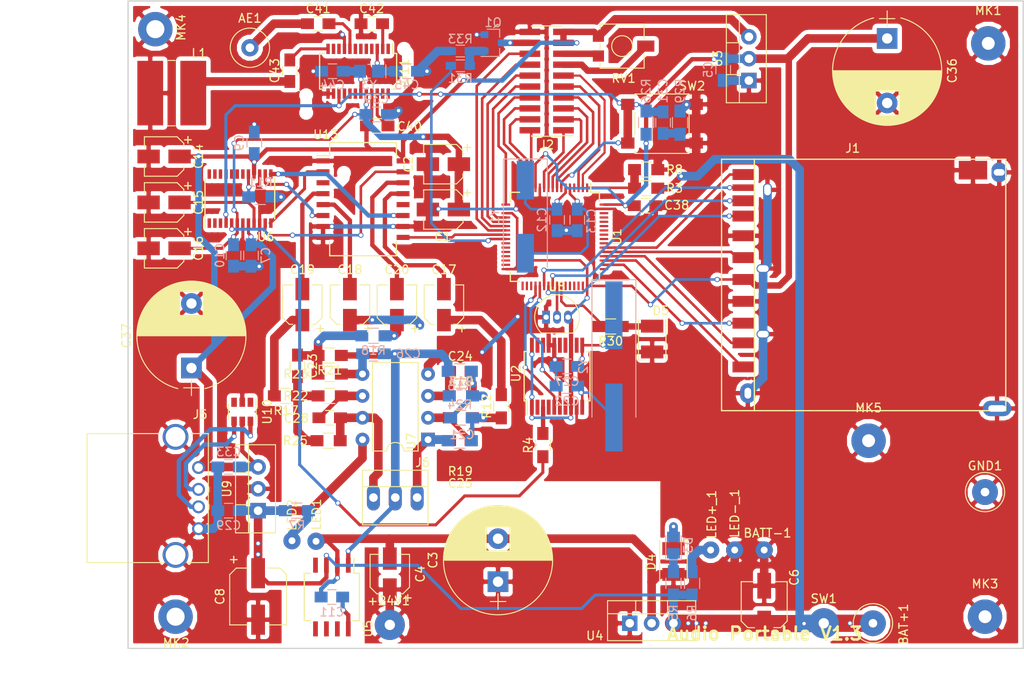
<source format=kicad_pcb>
(kicad_pcb (version 4) (host pcbnew 4.0.7)
  (layers (0 F.Cu signal) (31 B.Cu signal) (34 B.Paste user) (35 F.Paste user hide) (36 B.SilkS user) (37 F.SilkS user) (38 B.Mask user) (39 F.Mask user) (44 Edge.Cuts user))
  (net 0 "")
  (net 1 +3V3)
  (net 2 +5V)
  (net 3 XTAL1)
  (net 4 XTAL2)
  (net 5 "Net-(LED2-Pad1)")
  (net 6 "Net-(D3-Pad2)")
  (net 7 "Net-(C18-Pad1)")
  (net 8 "Net-(LED+_1-Pad1)")
  (net 9 /+24V)
  (net 10 "Net-(D5-Pad2)")
  (net 11 RESET)
  (net 12 D7)
  (net 13 D6)
  (net 14 D5)
  (net 15 D4)
  (net 16 D3)
  (net 17 D2)
  (net 18 D1)
  (net 19 D0)
  (net 20 V0)
  (net 21 VEE)
  (net 22 K)
  (net 23 "Net-(Q1-Pad1)")
  (net 24 GLCD_L)
  (net 25 LCD_CS1)
  (net 26 LCD_CS2)
  (net 27 "Net-(C20-Pad1)")
  (net 28 "Net-(C21-Pad1)")
  (net 29 "Net-(R4-Pad2)")
  (net 30 VCOM)
  (net 31 PLL_XT1)
  (net 32 PLL_XT2)
  (net 33 LCD_EN)
  (net 34 ERROR)
  (net 35 SCKI)
  (net 36 FREQ_SEL1)
  (net 37 FREQ_SEL2)
  (net 38 "Net-(D3-Pad1)")
  (net 39 "Net-(R11-Pad2)")
  (net 40 6V+)
  (net 41 6V-)
  (net 42 "Net-(C11-Pad2)")
  (net 43 "Net-(C17-Pad1)")
  (net 44 VOUTR+)
  (net 45 VOUTR-)
  (net 46 "Net-(C19-Pad1)")
  (net 47 VOUTL+)
  (net 48 VOUTL-)
  (net 49 "Net-(C21-Pad2)")
  (net 50 "Net-(C23-Pad1)")
  (net 51 "Net-(C23-Pad2)")
  (net 52 "Net-(C24-Pad1)")
  (net 53 VGND)
  (net 54 "Net-(C25-Pad1)")
  (net 55 RIGHT)
  (net 56 "Net-(C26-Pad1)")
  (net 57 "Net-(C28-Pad1)")
  (net 58 LEFT)
  (net 59 "Net-(C31-Pad2)")
  (net 60 TEMP)
  (net 61 MP3OUTL-)
  (net 62 MP3OUTL+)
  (net 63 MP3OUTR+)
  (net 64 MP3OUTR-)
  (net 65 FM_R)
  (net 66 FM_L)
  (net 67 MUX)
  (net 68 SD_D3)
  (net 69 SD_CMD)
  (net 70 SD_CLK)
  (net 71 SD_D0)
  (net 72 SD_D1)
  (net 73 SD_D2)
  (net 74 SD_CD)
  (net 75 LCD_RS)
  (net 76 LCD_RW)
  (net 77 LCD_RST)
  (net 78 USB_D+)
  (net 79 USB_D-)
  (net 80 "Net-(R3-Pad2)")
  (net 81 SD_WP)
  (net 82 "Net-(AE1-Pad1)")
  (net 83 "Net-(C40-Pad2)")
  (net 84 "Net-(C41-Pad2)")
  (net 85 DFS)
  (net 86 "Net-(C43-Pad1)")
  (net 87 "Net-(C43-Pad2)")
  (net 88 RCLK)
  (net 89 GPIO3)
  (net 90 FM_SCL)
  (net 91 FM_SDIO)
  (net 92 USB_D+IC)
  (net 93 USB_D-IC)
  (module Housings_SOIC:SOIC-16W_7.5x12.8mm_Pitch1.27mm (layer F.Cu) (at 110.2995 53.0225)
    (fp_text reference U13 (at -4.318 -7.493) (layer F.SilkS))
    (fp_text value MC14551B)
    (pad 1 smd rect (at -4.65 -4.445) (size 1.5 0.6) (layers F.Cu F.Paste F.Mask) (net 41 6V-))
    (pad 2 smd rect (at -4.65 -3.175) (size 1.5 0.6) (layers F.Cu F.Paste F.Mask) (net 62 MP3OUTL+))
    (pad 3 smd rect (at -4.65 -1.905) (size 1.5 0.6) (layers F.Cu F.Paste F.Mask) (net 66 FM_L))
    (pad 4 smd rect (at -4.65 -0.635) (size 1.5 0.6) (layers F.Cu F.Paste F.Mask) (net 47 VOUTL+))
    (pad 5 smd rect (at -4.65 0.635) (size 1.5 0.6) (layers F.Cu F.Paste F.Mask) (net 45 VOUTR-))
    (pad 6 smd rect (at -4.65 1.905) (size 1.5 0.6) (layers F.Cu F.Paste F.Mask) (net 64 MP3OUTR-))
    (pad 7 smd rect (at -4.65 3.175) (size 1.5 0.6) (layers F.Cu F.Paste F.Mask) (net 41 6V-))
    (pad 8 smd rect (at -4.65 4.445) (size 1.5 0.6) (layers F.Cu F.Paste F.Mask) (net 41 6V-))
    (pad 9 smd rect (at 4.65 4.445) (size 1.5 0.6) (layers F.Cu F.Paste F.Mask) (net 67 MUX))
    (pad 10 smd rect (at 4.65 3.175) (size 1.5 0.6) (layers F.Cu F.Paste F.Mask) (net 41 6V-))
    (pad 11 smd rect (at 4.65 1.905) (size 1.5 0.6) (layers F.Cu F.Paste F.Mask) (net 63 MP3OUTR+))
    (pad 12 smd rect (at 4.65 0.635) (size 1.5 0.6) (layers F.Cu F.Paste F.Mask) (net 65 FM_R))
    (pad 13 smd rect (at 4.65 -0.635) (size 1.5 0.6) (layers F.Cu F.Paste F.Mask) (net 44 VOUTR+))
    (pad 14 smd rect (at 4.65 -1.905) (size 1.5 0.6) (layers F.Cu F.Paste F.Mask) (net 48 VOUTL-))
    (pad 15 smd rect (at 4.65 -3.175) (size 1.5 0.6) (layers F.Cu F.Paste F.Mask) (net 61 MP3OUTL-))
    (pad 16 smd rect (at 4.65 -4.445) (size 1.5 0.6) (layers F.Cu F.Paste F.Mask) (net 2 +5V))
  )
  (module Housings_SSOP:TSSOP-24_4.4x7.8mm_Pitch0.65mm (layer F.Cu) (at 96.012 52.959 90)
    (fp_text reference U6 (at -4.445 2.9845 180) (layer F.SilkS))
    (fp_text value PCM1789)
    (pad 1 smd rect (at -2.85 -3.575 90) (size 1.1 0.4) (layers F.Cu F.Paste F.Mask))
    (pad 2 smd rect (at -2.85 -2.925 90) (size 1.1 0.4) (layers F.Cu F.Paste F.Mask))
    (pad 3 smd rect (at -2.85 -2.275 90) (size 1.1 0.4) (layers F.Cu F.Paste F.Mask))
    (pad 4 smd rect (at -2.85 -1.625 90) (size 1.1 0.4) (layers F.Cu F.Paste F.Mask) (net 11 RESET))
    (pad 5 smd rect (at -2.85 -0.975 90) (size 1.1 0.4) (layers F.Cu F.Paste F.Mask) (net 35 SCKI))
    (pad 6 smd rect (at -2.85 -0.325 90) (size 1.1 0.4) (layers F.Cu F.Paste F.Mask) (net 1 +3V3))
    (pad 7 smd rect (at -2.85 0.325 90) (size 1.1 0.4) (layers F.Cu F.Paste F.Mask) (net 41 6V-))
    (pad 8 smd rect (at -2.85 0.975 90) (size 1.1 0.4) (layers F.Cu F.Paste F.Mask) (net 2 +5V))
    (pad 9 smd rect (at -2.85 1.625 90) (size 1.1 0.4) (layers F.Cu F.Paste F.Mask) (net 30 VCOM))
    (pad 10 smd rect (at -2.85 2.275 90) (size 1.1 0.4) (layers F.Cu F.Paste F.Mask) (net 41 6V-))
    (pad 11 smd rect (at -2.85 2.925 90) (size 1.1 0.4) (layers F.Cu F.Paste F.Mask) (net 61 MP3OUTL-))
    (pad 12 smd rect (at -2.85 3.575 90) (size 1.1 0.4) (layers F.Cu F.Paste F.Mask) (net 62 MP3OUTL+))
    (pad 13 smd rect (at 2.85 3.575 90) (size 1.1 0.4) (layers F.Cu F.Paste F.Mask) (net 63 MP3OUTR+))
    (pad 14 smd rect (at 2.85 2.925 90) (size 1.1 0.4) (layers F.Cu F.Paste F.Mask) (net 64 MP3OUTR-))
    (pad 15 smd rect (at 2.85 2.275 90) (size 1.1 0.4) (layers F.Cu F.Paste F.Mask) (net 41 6V-))
    (pad 16 smd rect (at 2.85 1.625 90) (size 1.1 0.4) (layers F.Cu F.Paste F.Mask) (net 2 +5V))
    (pad 17 smd rect (at 2.85 0.975 90) (size 1.1 0.4) (layers F.Cu F.Paste F.Mask) (net 39 "Net-(R11-Pad2)"))
    (pad 18 smd rect (at 2.85 0.325 90) (size 1.1 0.4) (layers F.Cu F.Paste F.Mask))
    (pad 19 smd rect (at 2.85 -0.325 90) (size 1.1 0.4) (layers F.Cu F.Paste F.Mask))
    (pad 20 smd rect (at 2.85 -0.975 90) (size 1.1 0.4) (layers F.Cu F.Paste F.Mask))
    (pad 21 smd rect (at 2.85 -1.625 90) (size 1.1 0.4) (layers F.Cu F.Paste F.Mask))
    (pad 22 smd rect (at 2.85 -2.275 90) (size 1.1 0.4) (layers F.Cu F.Paste F.Mask))
    (pad 23 smd rect (at 2.85 -2.925 90) (size 1.1 0.4) (layers F.Cu F.Paste F.Mask))
    (pad 24 smd rect (at 2.85 -3.575 90) (size 1.1 0.4) (layers F.Cu F.Paste F.Mask))
  )
  (module Connectors:1pin (layer F.Cu) (at 182.5625 87.0585)
    (fp_text reference GND1 (at 0 -3.048) (layer F.SilkS))
    (fp_text value GND)
    (pad 1 thru_hole circle (at 0 0) (size 3 3) (drill 1) (layers *.Cu *.Mask) (net 41 6V-))
  )
  (module TO_SOT_Packages_SMD:SOT-23 (layer B.Cu) (at 125.4125 34.8615)
    (fp_text reference Q1 (at 0 -2.3495) (layer B.SilkS) (effects (justify mirror)))
    (fp_text value BSS123)
    (pad 1 smd rect (at -1 0.95) (size 0.9 0.8) (layers B.Cu B.Paste B.Mask) (net 23 "Net-(Q1-Pad1)"))
    (pad 2 smd rect (at -1 -0.95) (size 0.9 0.8) (layers B.Cu B.Paste B.Mask) (net 41 6V-))
    (pad 3 smd rect (at 1 0) (size 0.9 0.8) (layers B.Cu B.Paste B.Mask) (net 22 K))
  )
  (module Resistors_SMD:R_0805_HandSoldering (layer B.Cu) (at 146.3675 97.663 270)
    (fp_text reference R5 (at 3.429 0 270) (layer B.SilkS) (effects (justify mirror)))
    (fp_text value 5k6)
    (pad 1 smd rect (at -1.35 0 270) (size 1.5 1.3) (layers B.Cu B.Paste B.Mask) (net 38 "Net-(D3-Pad1)"))
    (pad 2 smd rect (at 1.35 0 270) (size 1.5 1.3) (layers B.Cu B.Paste B.Mask) (net 40 6V+))
  )
  (module Wire_Pads:SolderWirePad_single_0-8mmDrill (layer F.Cu) (at 102.0445 92.71)
    (fp_text reference LED2 (at 0 -2.9845 90) (layer F.SilkS))
    (fp_text value LED2+)
    (pad 1 thru_hole circle (at 0 0) (size 1.99898 1.99898) (drill 0.8001) (layers *.Cu *.Mask) (net 5 "Net-(LED2-Pad1)"))
  )
  (module Wire_Pads:SolderWirePad_single_1-5mmDrill (layer F.Cu) (at 88.519 101.5365)
    (fp_text reference MK2 (at 0.0635 3.048) (layer F.SilkS))
    (fp_text value Mounting_Hole_PAD)
    (pad 1 thru_hole circle (at 0 0) (size 4.0005 4.0005) (drill 2.1) (layers *.Cu *.Mask) (net 41 6V-))
  )
  (module Wire_Pads:SolderWirePad_single_1-5mmDrill (layer F.Cu) (at 86.1695 33.274)
    (fp_text reference MK4 (at 2.9845 -0.1905 90) (layer F.SilkS))
    (fp_text value Mounting_Hole_PAD)
    (pad 1 thru_hole circle (at 0 0) (size 4.0005 4.0005) (drill 2.1) (layers *.Cu *.Mask) (net 41 6V-))
  )
  (module Resistors_SMD:R_0805_HandSoldering (layer F.Cu) (at 143.1925 51.7525 180)
    (fp_text reference R3 (at -3.302 0 180) (layer F.SilkS))
    (fp_text value 40k)
    (pad 1 smd rect (at -1.35 0 180) (size 1.5 1.3) (layers F.Cu F.Paste F.Mask) (net 40 6V+))
    (pad 2 smd rect (at 1.35 0 180) (size 1.5 1.3) (layers F.Cu F.Paste F.Mask) (net 80 "Net-(R3-Pad2)"))
  )
  (module Resistors_SMD:R_0805_HandSoldering (layer F.Cu) (at 143.1925 49.5935 180)
    (fp_text reference R8 (at -3.302 0 180) (layer F.SilkS))
    (fp_text value 10k)
    (pad 1 smd rect (at -1.35 0 180) (size 1.5 1.3) (layers F.Cu F.Paste F.Mask) (net 41 6V-))
    (pad 2 smd rect (at 1.35 0 180) (size 1.5 1.3) (layers F.Cu F.Paste F.Mask) (net 80 "Net-(R3-Pad2)"))
  )
  (module Potentiometers:Potentiometer_Trimmer_Vishay_TS53YL (layer F.Cu) (at 140.3985 35.2425 180)
    (fp_text reference RV1 (at -0.18 -3.75 180) (layer F.SilkS))
    (fp_text value 10k)
    (pad 1 smd rect (at 2.75 -1.15 180) (size 1.3 1.3) (layers F.Cu F.Mask) (net 21 VEE))
    (pad 2 smd rect (at -2.75 0 180) (size 2 1.3) (layers F.Cu F.Mask) (net 20 V0))
    (pad 3 smd rect (at 2.75 1.15 180) (size 1.3 1.3) (layers F.Cu F.Mask) (net 2 +5V))
  )
  (module Wire_Pads:SolderWirePad_single_1-2mmDrill (layer F.Cu) (at 113.411 102.489)
    (fp_text reference +24V1 (at -0.127 -2.794) (layer F.SilkS))
    (fp_text value +24V)
    (pad 1 thru_hole circle (at 0 0) (size 3.50012 3.50012) (drill 1.19888) (layers *.Cu *.Mask) (net 9 /+24V))
  )
  (module Wire_Pads:SolderWirePad_single_0-8mmDrill (layer F.Cu) (at 156.9085 93.7895)
    (fp_text reference BATT-1 (at 0.381 -1.9685) (layer F.SilkS))
    (fp_text value BAT-)
    (pad 1 thru_hole circle (at 0 0) (size 1.99898 1.99898) (drill 0.8001) (layers *.Cu *.Mask) (net 41 6V-))
  )
  (module Capacitors_SMD:C_0805_HandSoldering (layer B.Cu) (at 152.146 37.973 270)
    (fp_text reference C5 (at 0 1.75 270) (layer B.SilkS) (effects (justify mirror)))
    (fp_text value 100n)
    (pad 1 smd rect (at -1.25 0 270) (size 1.5 1.25) (layers B.Cu B.Paste B.Mask) (net 1 +3V3))
    (pad 2 smd rect (at 1.25 0 270) (size 1.5 1.25) (layers B.Cu B.Paste B.Mask) (net 41 6V-))
  )
  (module Capacitors_SMD:C_0805_HandSoldering (layer F.Cu) (at 102.6795 72.39 270)
    (fp_text reference C23 (at 0 -1.75 270) (layer F.SilkS))
    (fp_text value 3.3n)
    (pad 1 smd rect (at -1.25 0 270) (size 1.5 1.25) (layers F.Cu F.Paste F.Mask) (net 50 "Net-(C23-Pad1)"))
    (pad 2 smd rect (at 1.25 0 270) (size 1.5 1.25) (layers F.Cu F.Paste F.Mask) (net 51 "Net-(C23-Pad2)"))
  )
  (module Pin_Headers:Pin_Header_Straight_2x10_Pitch1.27mm_SMD (layer F.Cu) (at 131.6355 39.3065 180)
    (fp_text reference J2 (at 0 -7.41 180) (layer F.SilkS))
    (fp_text value CONN_02X10)
    (pad 1 smd rect (at -1.95 -5.715 180) (size 2.4 0.74) (layers F.Cu F.Paste F.Mask) (net 19 D0))
    (pad 2 smd rect (at 1.95 -5.715 180) (size 2.4 0.74) (layers F.Cu F.Paste F.Mask) (net 18 D1))
    (pad 3 smd rect (at -1.95 -4.445 180) (size 2.4 0.74) (layers F.Cu F.Paste F.Mask) (net 17 D2))
    (pad 4 smd rect (at 1.95 -4.445 180) (size 2.4 0.74) (layers F.Cu F.Paste F.Mask) (net 16 D3))
    (pad 5 smd rect (at -1.95 -3.175 180) (size 2.4 0.74) (layers F.Cu F.Paste F.Mask) (net 15 D4))
    (pad 6 smd rect (at 1.95 -3.175 180) (size 2.4 0.74) (layers F.Cu F.Paste F.Mask) (net 14 D5))
    (pad 7 smd rect (at -1.95 -1.905 180) (size 2.4 0.74) (layers F.Cu F.Paste F.Mask) (net 13 D6))
    (pad 8 smd rect (at 1.95 -1.905 180) (size 2.4 0.74) (layers F.Cu F.Paste F.Mask) (net 12 D7))
    (pad 9 smd rect (at -1.95 -0.635 180) (size 2.4 0.74) (layers F.Cu F.Paste F.Mask) (net 75 LCD_RS))
    (pad 10 smd rect (at 1.95 -0.635 180) (size 2.4 0.74) (layers F.Cu F.Paste F.Mask) (net 76 LCD_RW))
    (pad 11 smd rect (at -1.95 0.635 180) (size 2.4 0.74) (layers F.Cu F.Paste F.Mask) (net 33 LCD_EN))
    (pad 12 smd rect (at 1.95 0.635 180) (size 2.4 0.74) (layers F.Cu F.Paste F.Mask) (net 25 LCD_CS1))
    (pad 13 smd rect (at -1.95 1.905 180) (size 2.4 0.74) (layers F.Cu F.Paste F.Mask) (net 20 V0))
    (pad 14 smd rect (at 1.95 1.905 180) (size 2.4 0.74) (layers F.Cu F.Paste F.Mask) (net 26 LCD_CS2))
    (pad 15 smd rect (at -1.95 3.175 180) (size 2.4 0.74) (layers F.Cu F.Paste F.Mask) (net 21 VEE))
    (pad 16 smd rect (at 1.95 3.175 180) (size 2.4 0.74) (layers F.Cu F.Paste F.Mask) (net 77 LCD_RST))
    (pad 17 smd rect (at -1.95 4.445 180) (size 2.4 0.74) (layers F.Cu F.Paste F.Mask) (net 2 +5V))
    (pad 18 smd rect (at 1.95 4.445 180) (size 2.4 0.74) (layers F.Cu F.Paste F.Mask) (net 22 K))
    (pad 19 smd rect (at -1.95 5.715 180) (size 2.4 0.74) (layers F.Cu F.Paste F.Mask) (net 2 +5V))
    (pad 20 smd rect (at 1.95 5.715 180) (size 2.4 0.74) (layers F.Cu F.Paste F.Mask) (net 41 6V-))
  )
  (module Connectors:USB_A (layer F.Cu) (at 91.186 84.201 270)
    (fp_text reference J5 (at -6.1595 -0.1905 360) (layer F.SilkS))
    (fp_text value USB_A)
    (pad 4 thru_hole circle (at 7.11 0 180) (size 1.5 1.5) (drill 1) (layers *.Cu *.Mask) (net 41 6V-))
    (pad 3 thru_hole circle (at 4.57 0 180) (size 1.5 1.5) (drill 1) (layers *.Cu *.Mask) (net 78 USB_D+))
    (pad 2 thru_hole circle (at 2.54 0 180) (size 1.5 1.5) (drill 1) (layers *.Cu *.Mask) (net 79 USB_D-))
    (pad 1 thru_hole circle (at 0 0 180) (size 1.5 1.5) (drill 1) (layers *.Cu *.Mask) (net 2 +5V))
    (pad 5 thru_hole circle (at 10.16 2.67 180) (size 3 3) (drill 2.3) (layers *.Cu *.Mask) (net 41 6V-))
    (pad 5 thru_hole circle (at -3.56 2.67 180) (size 3 3) (drill 2.3) (layers *.Cu *.Mask) (net 41 6V-))
  )
  (module Wire_Pads:SolderWirePad_single_0-8mmDrill (layer F.Cu) (at 150.6855 93.7895)
    (fp_text reference LED+_1 (at 0.127 -4.1275 90) (layer F.SilkS))
    (fp_text value LED+)
    (pad 1 thru_hole circle (at 0 0) (size 1.99898 1.99898) (drill 0.8001) (layers *.Cu *.Mask) (net 8 "Net-(LED+_1-Pad1)"))
  )
  (module Wire_Pads:SolderWirePad_single_0-8mmDrill (layer F.Cu) (at 153.4795 93.7895)
    (fp_text reference LED-_1 (at 0 -4.2545 90) (layer F.SilkS))
    (fp_text value LED-)
    (pad 1 thru_hole circle (at 0 0) (size 1.99898 1.99898) (drill 0.8001) (layers *.Cu *.Mask) (net 41 6V-))
  )
  (module Wire_Pads:SolderWirePad_single_0-8mmDrill (layer F.Cu) (at 104.8385 92.7735)
    (fp_text reference LED1 (at 0.0635 -3.1115 90) (layer F.SilkS))
    (fp_text value LED2-)
    (pad 1 thru_hole circle (at 0 0) (size 1.99898 1.99898) (drill 0.8001) (layers *.Cu *.Mask) (net 41 6V-))
  )
  (module Wire_Pads:SolderWirePad_single_1-5mmDrill (layer F.Cu) (at 182.9435 34.925)
    (fp_text reference MK1 (at 0 -3.81) (layer F.SilkS))
    (fp_text value Mounting_Hole_PAD)
    (pad 1 thru_hole circle (at 0 0) (size 4.0005 4.0005) (drill 1.50114) (layers *.Cu *.Mask) (net 41 6V-))
  )
  (module Wire_Pads:SolderWirePad_single_1-5mmDrill (layer F.Cu) (at 182.5625 101.5365)
    (fp_text reference MK3 (at 0 -3.81) (layer F.SilkS))
    (fp_text value Mounting_Hole_PAD)
    (pad 1 thru_hole circle (at 0 0) (size 4.0005 4.0005) (drill 1.50114) (layers *.Cu *.Mask) (net 41 6V-))
  )
  (module Wire_Pads:SolderWirePad_single_1-5mmDrill (layer F.Cu) (at 169.037 81.0895)
    (fp_text reference MK5 (at 0 -3.81) (layer F.SilkS))
    (fp_text value Mounting_Hole_PAD)
    (pad 1 thru_hole circle (at 0 0) (size 4.0005 4.0005) (drill 1.50114) (layers *.Cu *.Mask) (net 41 6V-))
  )
  (module Resistors_SMD:R_0805_HandSoldering (layer F.Cu) (at 131.191 81.5975 90)
    (fp_text reference R4 (at 0 -1.7 90) (layer F.SilkS))
    (fp_text value 100)
    (pad 1 smd rect (at -1.35 0 90) (size 1.5 1.3) (layers F.Cu F.Paste F.Mask) (net 35 SCKI))
    (pad 2 smd rect (at 1.35 0 90) (size 1.5 1.3) (layers F.Cu F.Paste F.Mask) (net 29 "Net-(R4-Pad2)"))
  )
  (module Resistors_SMD:R_0805_HandSoldering (layer B.Cu) (at 148.5265 97.663 90)
    (fp_text reference R6 (at -3.429 0 90) (layer B.SilkS) (effects (justify mirror)))
    (fp_text value 5k6)
    (pad 1 smd rect (at -1.35 0 90) (size 1.5 1.3) (layers B.Cu B.Paste B.Mask) (net 40 6V+))
    (pad 2 smd rect (at 1.35 0 90) (size 1.5 1.3) (layers B.Cu B.Paste B.Mask) (net 8 "Net-(LED+_1-Pad1)"))
  )
  (module Resistors_SMD:R_0805_HandSoldering (layer B.Cu) (at 102.616 89.2175)
    (fp_text reference R7 (at 0 1.7) (layer B.SilkS) (effects (justify mirror)))
    (fp_text value 5k6)
    (pad 1 smd rect (at -1.35 0) (size 1.5 1.3) (layers B.Cu B.Paste B.Mask) (net 40 6V+))
    (pad 2 smd rect (at 1.35 0) (size 1.5 1.3) (layers B.Cu B.Paste B.Mask) (net 5 "Net-(LED2-Pad1)"))
  )
  (module Wire_Pads:SolderWirePad_single_1-2mmDrill (layer F.Cu) (at 163.83 102.2985)
    (fp_text reference SW1 (at 0 -2.8575) (layer F.SilkS))
    (fp_text value SW)
    (pad 1 thru_hole circle (at 0 0) (size 3.50012 3.50012) (drill 1.19888) (layers *.Cu *.Mask) (net 40 6V+))
  )
  (module Connectors_Chuck:SW_SPST_B3S-1000_alt (layer F.Cu) (at 145.034 44.2595)
    (fp_text reference SW2 (at 3.4925 -4.3815) (layer F.SilkS))
    (fp_text value SW_DPST)
    (pad 1 smd rect (at -3.975 -2.25) (size 1.55 1.3) (layers F.Cu F.Paste F.Mask) (net 11 RESET))
    (pad 2 smd rect (at 3.975 -2.25) (size 1.55 1.3) (layers F.Cu F.Paste F.Mask) (net 41 6V-))
    (pad 3 smd rect (at -3.975 2.25) (size 1.55 1.3) (layers F.Cu F.Paste F.Mask) (net 11 RESET))
    (pad 4 smd rect (at 3.975 2.25) (size 1.55 1.3) (layers F.Cu F.Paste F.Mask) (net 41 6V-))
  )
  (module Crystals:Crystal_SMD_HC49-SD (layer B.Cu) (at 129.159 55.0545 270)
    (fp_text reference Y1 (at 0 3.55 270) (layer B.SilkS) (effects (justify mirror)))
    (fp_text value 20.000)
    (pad 1 smd rect (at -4.25 0 270) (size 4.5 2) (layers B.Cu B.Paste B.Mask) (net 3 XTAL1))
    (pad 2 smd rect (at 4.25 0 270) (size 4.5 2) (layers B.Cu B.Paste B.Mask) (net 4 XTAL2))
  )
  (module Housings_SSOP:SSOP-20_5.3x7.2mm_Pitch0.65mm (layer F.Cu) (at 132.842 73.5965 90)
    (fp_text reference U2 (at 0.3175 -4.7625 90) (layer F.SilkS))
    (fp_text value PLL1707/1708)
    (pad 1 smd rect (at -3.6 -2.925 90) (size 1.75 0.45) (layers F.Cu F.Paste F.Mask) (net 1 +3V3))
    (pad 2 smd rect (at -3.6 -2.275 90) (size 1.75 0.45) (layers F.Cu F.Paste F.Mask))
    (pad 3 smd rect (at -3.6 -1.625 90) (size 1.75 0.45) (layers F.Cu F.Paste F.Mask) (net 29 "Net-(R4-Pad2)"))
    (pad 4 smd rect (at -3.6 -0.975 90) (size 1.75 0.45) (layers F.Cu F.Paste F.Mask))
    (pad 5 smd rect (at -3.6 -0.325 90) (size 1.75 0.45) (layers F.Cu F.Paste F.Mask) (net 36 FREQ_SEL1))
    (pad 6 smd rect (at -3.6 0.325 90) (size 1.75 0.45) (layers F.Cu F.Paste F.Mask) (net 37 FREQ_SEL2))
    (pad 7 smd rect (at -3.6 0.975 90) (size 1.75 0.45) (layers F.Cu F.Paste F.Mask))
    (pad 8 smd rect (at -3.6 1.625 90) (size 1.75 0.45) (layers F.Cu F.Paste F.Mask) (net 1 +3V3))
    (pad 9 smd rect (at -3.6 2.275 90) (size 1.75 0.45) (layers F.Cu F.Paste F.Mask) (net 41 6V-))
    (pad 10 smd rect (at -3.6 2.925 90) (size 1.75 0.45) (layers F.Cu F.Paste F.Mask) (net 31 PLL_XT1))
    (pad 11 smd rect (at 3.6 2.925 90) (size 1.75 0.45) (layers F.Cu F.Paste F.Mask) (net 32 PLL_XT2))
    (pad 12 smd rect (at 3.6 2.275 90) (size 1.75 0.45) (layers F.Cu F.Paste F.Mask))
    (pad 13 smd rect (at 3.6 1.625 90) (size 1.75 0.45) (layers F.Cu F.Paste F.Mask) (net 1 +3V3))
    (pad 14 smd rect (at 3.6 0.975 90) (size 1.75 0.45) (layers F.Cu F.Paste F.Mask))
    (pad 15 smd rect (at 3.6 0.325 90) (size 1.75 0.45) (layers F.Cu F.Paste F.Mask))
    (pad 16 smd rect (at 3.6 -0.325 90) (size 1.75 0.45) (layers F.Cu F.Paste F.Mask) (net 41 6V-))
    (pad 17 smd rect (at 3.6 -0.975 90) (size 1.75 0.45) (layers F.Cu F.Paste F.Mask) (net 41 6V-))
    (pad 18 smd rect (at 3.6 -1.625 90) (size 1.75 0.45) (layers F.Cu F.Paste F.Mask))
    (pad 19 smd rect (at 3.6 -2.275 90) (size 1.75 0.45) (layers F.Cu F.Paste F.Mask))
    (pad 20 smd rect (at 3.6 -2.925 90) (size 1.75 0.45) (layers F.Cu F.Paste F.Mask) (net 1 +3V3))
  )
  (module Capacitors_SMD:CP_Elec_4x5.3 (layer F.Cu) (at 113.411 96.5835 90)
    (fp_text reference C4 (at 0 3.54 90) (layer F.SilkS))
    (fp_text value 1u)
    (fp_text user + (at -2.77 2.01 90) (layer F.SilkS))
    (pad 1 smd rect (at -1.8 0 270) (size 2.6 1.6) (layers F.Cu F.Paste F.Mask) (net 9 /+24V))
    (pad 2 smd rect (at 1.8 0 270) (size 2.6 1.6) (layers F.Cu F.Paste F.Mask) (net 41 6V-))
  )
  (module Capacitors_SMD:CP_Elec_5x5.8 (layer F.Cu) (at 156.9085 100.1395 90)
    (fp_text reference C6 (at 3.175 3.4925 90) (layer F.SilkS))
    (fp_text value 10u)
    (fp_text user + (at -3.38 2.35 90) (layer F.SilkS))
    (pad 1 smd rect (at -2.2 0 270) (size 3 1.6) (layers F.Cu F.Paste F.Mask) (net 40 6V+))
    (pad 2 smd rect (at 2.2 0 270) (size 3 1.6) (layers F.Cu F.Paste F.Mask) (net 41 6V-))
  )
  (module Capacitors_SMD:C_0805_HandSoldering (layer B.Cu) (at 97.282 59.563 90)
    (fp_text reference C7 (at 0 1.7145 90) (layer B.SilkS) (effects (justify mirror)))
    (fp_text value 1u)
    (pad 1 smd rect (at -1.25 0 90) (size 1.5 1.25) (layers B.Cu B.Paste B.Mask) (net 41 6V-))
    (pad 2 smd rect (at 1.25 0 90) (size 1.5 1.25) (layers B.Cu B.Paste B.Mask) (net 2 +5V))
  )
  (module Capacitors_SMD:C_0805_HandSoldering (layer B.Cu) (at 97.663 46.482 270)
    (fp_text reference C9 (at 0 1.75 270) (layer B.SilkS) (effects (justify mirror)))
    (fp_text value 1u)
    (pad 1 smd rect (at -1.25 0 270) (size 1.5 1.25) (layers B.Cu B.Paste B.Mask) (net 41 6V-))
    (pad 2 smd rect (at 1.25 0 270) (size 1.5 1.25) (layers B.Cu B.Paste B.Mask) (net 2 +5V))
  )
  (module Capacitors_SMD:C_0805_HandSoldering (layer B.Cu) (at 95.25 59.563 90)
    (fp_text reference C10 (at 0 -1.5875 90) (layer B.SilkS) (effects (justify mirror)))
    (fp_text value 1u)
    (pad 1 smd rect (at -1.25 0 90) (size 1.5 1.25) (layers B.Cu B.Paste B.Mask) (net 41 6V-))
    (pad 2 smd rect (at 1.25 0 90) (size 1.5 1.25) (layers B.Cu B.Paste B.Mask) (net 1 +3V3))
  )
  (module Capacitors_SMD:CP_Elec_4x5.3 (layer F.Cu) (at 87.1855 48.0695 180)
    (fp_text reference C14 (at -4.0005 0 270) (layer F.SilkS))
    (fp_text value 10u)
    (fp_text user + (at -2.77 2.01 180) (layer F.SilkS))
    (pad 1 smd rect (at -1.8 0) (size 2.6 1.6) (layers F.Cu F.Paste F.Mask) (net 2 +5V))
    (pad 2 smd rect (at 1.8 0) (size 2.6 1.6) (layers F.Cu F.Paste F.Mask) (net 41 6V-))
  )
  (module Diodes_SMD:D_MicroMELF (layer B.Cu) (at 146.3675 93.218 90)
    (fp_text reference D3 (at 0 1.7145 270) (layer B.SilkS) (effects (justify mirror)))
    (fp_text value 1N4148)
    (pad 1 smd rect (at -0.95 0 90) (size 1.2 1.5) (layers B.Cu B.Paste B.Mask) (net 38 "Net-(D3-Pad1)"))
    (pad 2 smd rect (at 0.95 0 90) (size 1.2 1.5) (layers B.Cu B.Paste B.Mask) (net 6 "Net-(D3-Pad2)"))
  )
  (module LEDs:LED_PLCC-2 (layer F.Cu) (at 146.3675 95.123 270)
    (fp_text reference D4 (at 0.0635 2.6035 270) (layer F.SilkS))
    (fp_text value LEDR)
    (pad 1 smd rect (at -1.5 0 270) (size 1.5 2.6) (layers F.Cu F.Paste F.Mask) (net 6 "Net-(D3-Pad2)"))
    (pad 2 smd rect (at 1.5 0 270) (size 1.5 2.6) (layers F.Cu F.Paste F.Mask) (net 41 6V-))
  )
  (module LEDs:LED_PLCC-2 (layer F.Cu) (at 143.891 69.2785 90)
    (fp_text reference D5 (at 3.302 1.016 180) (layer F.SilkS))
    (fp_text value LED_ERR)
    (pad 1 smd rect (at -1.5 0 90) (size 1.5 2.6) (layers F.Cu F.Paste F.Mask) (net 41 6V-))
    (pad 2 smd rect (at 1.5 0 90) (size 1.5 2.6) (layers F.Cu F.Paste F.Mask) (net 10 "Net-(D5-Pad2)"))
  )
  (module Resistors_SMD:R_0805_HandSoldering (layer B.Cu) (at 98.3615 52.7685 180)
    (fp_text reference R11 (at 0 1.7 180) (layer B.SilkS) (effects (justify mirror)))
    (fp_text value 10k)
    (pad 1 smd rect (at -1.35 0 180) (size 1.5 1.3) (layers B.Cu B.Paste B.Mask) (net 41 6V-))
    (pad 2 smd rect (at 1.35 0 180) (size 1.5 1.3) (layers B.Cu B.Paste B.Mask) (net 39 "Net-(R11-Pad2)"))
  )
  (module Resistors_SMD:R_0805_HandSoldering (layer F.Cu) (at 126.365 77.089 90)
    (fp_text reference R12 (at 0 -1.7 90) (layer F.SilkS))
    (fp_text value 7.5k)
    (pad 1 smd rect (at -1.35 0 90) (size 1.5 1.3) (layers F.Cu F.Paste F.Mask) (net 49 "Net-(C21-Pad2)"))
    (pad 2 smd rect (at 1.35 0 90) (size 1.5 1.3) (layers F.Cu F.Paste F.Mask) (net 43 "Net-(C17-Pad1)"))
  )
  (module Resistors_SMD:R_0805_HandSoldering (layer B.Cu) (at 121.666 75.8825 180)
    (fp_text reference R13 (at 0 1.7 180) (layer B.SilkS) (effects (justify mirror)))
    (fp_text value 7.5k)
    (pad 1 smd rect (at -1.35 0 180) (size 1.5 1.3) (layers B.Cu B.Paste B.Mask) (net 28 "Net-(C21-Pad1)"))
    (pad 2 smd rect (at 1.35 0 180) (size 1.5 1.3) (layers B.Cu B.Paste B.Mask) (net 7 "Net-(C18-Pad1)"))
  )
  (module Resistors_SMD:R_0805_HandSoldering (layer F.Cu) (at 101.346 75.8825 180)
    (fp_text reference R17 (at 0 -1.7 180) (layer F.SilkS))
    (fp_text value 7.5k)
    (pad 1 smd rect (at -1.35 0 180) (size 1.5 1.3) (layers F.Cu F.Paste F.Mask) (net 51 "Net-(C23-Pad2)"))
    (pad 2 smd rect (at 1.35 0 180) (size 1.5 1.3) (layers F.Cu F.Paste F.Mask) (net 46 "Net-(C19-Pad1)"))
  )
  (module Resistors_SMD:R_0805_HandSoldering (layer F.Cu) (at 121.666 78.4225)
    (fp_text reference R19 (at -0.0635 6.223) (layer F.SilkS))
    (fp_text value 360)
    (pad 1 smd rect (at -1.35 0) (size 1.5 1.3) (layers F.Cu F.Paste F.Mask) (net 54 "Net-(C25-Pad1)"))
    (pad 2 smd rect (at 1.35 0) (size 1.5 1.3) (layers F.Cu F.Paste F.Mask) (net 49 "Net-(C21-Pad2)"))
  )
  (module TO_SOT_Packages_THT:TO-220-3_Vertical (layer F.Cu) (at 155.1305 39.243 90)
    (fp_text reference U3 (at 2.54 -3.62 90) (layer F.SilkS))
    (fp_text value LD1117S33TR)
    (pad 1 thru_hole rect (at 0 0 90) (size 1.8 1.8) (drill 1) (layers *.Cu *.Mask) (net 41 6V-))
    (pad 2 thru_hole oval (at 2.54 0 90) (size 1.8 1.8) (drill 1) (layers *.Cu *.Mask) (net 1 +3V3))
    (pad 3 thru_hole oval (at 5.08 0 90) (size 1.8 1.8) (drill 1) (layers *.Cu *.Mask) (net 2 +5V))
  )
  (module TO_SOT_Packages_THT:TO-220-3_Vertical (layer F.Cu) (at 98.1075 89.2175 90)
    (fp_text reference U9 (at 2.54 -3.62 90) (layer F.SilkS))
    (fp_text value LM7805CT)
    (pad 1 thru_hole rect (at 0 0 90) (size 1.8 1.8) (drill 1) (layers *.Cu *.Mask) (net 40 6V+))
    (pad 2 thru_hole oval (at 2.54 0 90) (size 1.8 1.8) (drill 1) (layers *.Cu *.Mask) (net 41 6V-))
    (pad 3 thru_hole oval (at 5.08 0 90) (size 1.8 1.8) (drill 1) (layers *.Cu *.Mask) (net 2 +5V))
  )
  (module TO_SOT_Packages_THT:TO-220-3_Vertical (layer F.Cu) (at 141.2875 102.2985)
    (fp_text reference U4 (at -4.064 1.4605) (layer F.SilkS))
    (fp_text value PB137)
    (pad 1 thru_hole rect (at 0 0) (size 1.8 1.8) (drill 1) (layers *.Cu *.Mask) (net 9 /+24V))
    (pad 2 thru_hole oval (at 2.54 0) (size 1.8 1.8) (drill 1) (layers *.Cu *.Mask) (net 41 6V-))
    (pad 3 thru_hole oval (at 5.08 0) (size 1.8 1.8) (drill 1) (layers *.Cu *.Mask) (net 40 6V+))
  )
  (module Capacitors_SMD:C_0805_HandSoldering (layer B.Cu) (at 132.842 55.4355 270)
    (fp_text reference C12 (at 0 1.75 270) (layer B.SilkS) (effects (justify mirror)))
    (fp_text value 22p)
    (pad 1 smd rect (at -1.25 0 270) (size 1.5 1.25) (layers B.Cu B.Paste B.Mask) (net 3 XTAL1))
    (pad 2 smd rect (at 1.25 0 270) (size 1.5 1.25) (layers B.Cu B.Paste B.Mask) (net 41 6V-))
  )
  (module Capacitors_SMD:C_0805_HandSoldering (layer B.Cu) (at 135.1915 55.4355 270)
    (fp_text reference C13 (at 0.127 -1.651 270) (layer B.SilkS) (effects (justify mirror)))
    (fp_text value 22p)
    (pad 1 smd rect (at -1.25 0 270) (size 1.5 1.25) (layers B.Cu B.Paste B.Mask) (net 4 XTAL2))
    (pad 2 smd rect (at 1.25 0 270) (size 1.5 1.25) (layers B.Cu B.Paste B.Mask) (net 41 6V-))
  )
  (module Capacitors_SMD:CP_Elec_4x5.3 (layer F.Cu) (at 87.1855 53.4035 180)
    (fp_text reference C15 (at -4.0005 0 450) (layer F.SilkS))
    (fp_text value 10u)
    (fp_text user + (at -2.77 2.01 180) (layer F.SilkS))
    (pad 1 smd rect (at -1.8 0) (size 2.6 1.6) (layers F.Cu F.Paste F.Mask) (net 30 VCOM))
    (pad 2 smd rect (at 1.8 0) (size 2.6 1.6) (layers F.Cu F.Paste F.Mask) (net 41 6V-))
  )
  (module Capacitors_SMD:CP_Elec_4x5.3 (layer F.Cu) (at 87.1855 58.7375 180)
    (fp_text reference C16 (at -4.0005 0 270) (layer F.SilkS))
    (fp_text value 10u)
    (fp_text user + (at -2.77 2.01 180) (layer F.SilkS))
    (pad 1 smd rect (at -1.8 0) (size 2.6 1.6) (layers F.Cu F.Paste F.Mask) (net 1 +3V3))
    (pad 2 smd rect (at 1.8 0) (size 2.6 1.6) (layers F.Cu F.Paste F.Mask) (net 41 6V-))
  )
  (module Capacitors_SMD:C_0805_HandSoldering (layer B.Cu) (at 121.7295 78.4225)
    (fp_text reference C21 (at 0.0635 1.9685) (layer B.SilkS) (effects (justify mirror)))
    (fp_text value 3.3n)
    (pad 1 smd rect (at -1.25 0) (size 1.5 1.25) (layers B.Cu B.Paste B.Mask) (net 28 "Net-(C21-Pad1)"))
    (pad 2 smd rect (at 1.25 0) (size 1.5 1.25) (layers B.Cu B.Paste B.Mask) (net 49 "Net-(C21-Pad2)"))
  )
  (module Capacitors_SMD:C_0805_HandSoldering (layer B.Cu) (at 133.985 74.7395)
    (fp_text reference C22 (at 0 1.75) (layer B.SilkS) (effects (justify mirror)))
    (fp_text value 22p)
    (pad 1 smd rect (at -1.25 0) (size 1.5 1.25) (layers B.Cu B.Paste B.Mask) (net 41 6V-))
    (pad 2 smd rect (at 1.25 0) (size 1.5 1.25) (layers B.Cu B.Paste B.Mask) (net 31 PLL_XT1))
  )
  (module Capacitors_SMD:C_0805_HandSoldering (layer F.Cu) (at 121.6025 73.025)
    (fp_text reference C24 (at 0 -1.75) (layer F.SilkS))
    (fp_text value 6.8n)
    (pad 1 smd rect (at -1.25 0) (size 1.5 1.25) (layers F.Cu F.Paste F.Mask) (net 52 "Net-(C24-Pad1)"))
    (pad 2 smd rect (at 1.25 0) (size 1.5 1.25) (layers F.Cu F.Paste F.Mask) (net 53 VGND))
  )
  (module Capacitors_SMD:C_0805_HandSoldering (layer F.Cu) (at 121.6025 81.0895 180)
    (fp_text reference C25 (at 0 -4.953 180) (layer F.SilkS))
    (fp_text value 6.8n)
    (pad 1 smd rect (at -1.25 0 180) (size 1.5 1.25) (layers F.Cu F.Paste F.Mask) (net 54 "Net-(C25-Pad1)"))
    (pad 2 smd rect (at 1.25 0 180) (size 1.5 1.25) (layers F.Cu F.Paste F.Mask) (net 55 RIGHT))
  )
  (module Capacitors_SMD:C_0805_HandSoldering (layer B.Cu) (at 111.506 70.993)
    (fp_text reference C26 (at 4.064 0) (layer B.SilkS) (effects (justify mirror)))
    (fp_text value 6.8n)
    (pad 1 smd rect (at -1.25 0) (size 1.5 1.25) (layers B.Cu B.Paste B.Mask) (net 56 "Net-(C26-Pad1)"))
    (pad 2 smd rect (at 1.25 0) (size 1.5 1.25) (layers B.Cu B.Paste B.Mask) (net 53 VGND))
  )
  (module Capacitors_SMD:C_0805_HandSoldering (layer B.Cu) (at 133.985 72.4535)
    (fp_text reference C27 (at 0 1.75) (layer B.SilkS) (effects (justify mirror)))
    (fp_text value 22p)
    (pad 1 smd rect (at -1.25 0) (size 1.5 1.25) (layers B.Cu B.Paste B.Mask) (net 41 6V-))
    (pad 2 smd rect (at 1.25 0) (size 1.5 1.25) (layers B.Cu B.Paste B.Mask) (net 32 PLL_XT2))
  )
  (module Capacitors_SMD:C_0805_HandSoldering (layer F.Cu) (at 106.426 78.4225)
    (fp_text reference C28 (at -3.8735 0.0635) (layer F.SilkS))
    (fp_text value 6.8n)
    (pad 1 smd rect (at -1.25 0) (size 1.5 1.25) (layers F.Cu F.Paste F.Mask) (net 57 "Net-(C28-Pad1)"))
    (pad 2 smd rect (at 1.25 0) (size 1.5 1.25) (layers F.Cu F.Paste F.Mask) (net 58 LEFT))
  )
  (module Capacitors_SMD:C_0805_HandSoldering (layer B.Cu) (at 94.6785 89.2175 180)
    (fp_text reference C29 (at 0 -1.7145 180) (layer B.SilkS) (effects (justify mirror)))
    (fp_text value 100n)
    (pad 1 smd rect (at -1.25 0 180) (size 1.5 1.25) (layers B.Cu B.Paste B.Mask) (net 40 6V+))
    (pad 2 smd rect (at 1.25 0 180) (size 1.5 1.25) (layers B.Cu B.Paste B.Mask) (net 41 6V-))
  )
  (module Capacitors_SMD:C_0805_HandSoldering (layer B.Cu) (at 145.161 44.1325 270)
    (fp_text reference C31 (at -3.683 0 270) (layer B.SilkS) (effects (justify mirror)))
    (fp_text value 100n)
    (pad 1 smd rect (at -1.25 0 270) (size 1.5 1.25) (layers B.Cu B.Paste B.Mask) (net 11 RESET))
    (pad 2 smd rect (at 1.25 0 270) (size 1.5 1.25) (layers B.Cu B.Paste B.Mask) (net 59 "Net-(C31-Pad2)"))
  )
  (module Capacitors_SMD:C_0805_HandSoldering (layer B.Cu) (at 94.6785 84.1375 180)
    (fp_text reference C33 (at 0 1.75 180) (layer B.SilkS) (effects (justify mirror)))
    (fp_text value 100n)
    (pad 1 smd rect (at -1.25 0 180) (size 1.5 1.25) (layers B.Cu B.Paste B.Mask) (net 2 +5V))
    (pad 2 smd rect (at 1.25 0 180) (size 1.5 1.25) (layers B.Cu B.Paste B.Mask) (net 41 6V-))
  )
  (module Capacitors_THT:CP_Radial_D12.5mm_P7.50mm (layer F.Cu) (at 171.196 34.3535 270)
    (fp_text reference C36 (at 3.75 -7.56 270) (layer F.SilkS))
    (fp_text value 1000u)
    (pad 1 thru_hole rect (at 0 0 270) (size 2.4 2.4) (drill 1.2) (layers *.Cu *.Mask) (net 1 +3V3))
    (pad 2 thru_hole circle (at 7.5 0 270) (size 2.4 2.4) (drill 1.2) (layers *.Cu *.Mask) (net 41 6V-))
  )
  (module Capacitors_THT:CP_Radial_D12.5mm_P7.50mm (layer F.Cu) (at 90.3605 72.644 90)
    (fp_text reference C37 (at 3.75 -7.56 90) (layer F.SilkS))
    (fp_text value 1000u)
    (pad 1 thru_hole rect (at 0 0 90) (size 2.4 2.4) (drill 1.2) (layers *.Cu *.Mask) (net 2 +5V))
    (pad 2 thru_hole circle (at 7.5 0 90) (size 2.4 2.4) (drill 1.2) (layers *.Cu *.Mask) (net 41 6V-))
  )
  (module Resistors_SMD:R_0805_HandSoldering (layer B.Cu) (at 121.539 73.025)
    (fp_text reference R16 (at 0 1.7) (layer B.SilkS) (effects (justify mirror)))
    (fp_text value 5.6k)
    (pad 1 smd rect (at -1.35 0) (size 1.5 1.3) (layers B.Cu B.Paste B.Mask) (net 53 VGND))
    (pad 2 smd rect (at 1.35 0) (size 1.5 1.3) (layers B.Cu B.Paste B.Mask) (net 28 "Net-(C21-Pad1)"))
  )
  (module Resistors_SMD:R_0805_HandSoldering (layer B.Cu) (at 111.506 68.8975)
    (fp_text reference R18 (at 0 1.7) (layer B.SilkS) (effects (justify mirror)))
    (fp_text value 7.5k)
    (pad 1 smd rect (at -1.35 0) (size 1.5 1.3) (layers B.Cu B.Paste B.Mask) (net 50 "Net-(C23-Pad1)"))
    (pad 2 smd rect (at 1.35 0) (size 1.5 1.3) (layers B.Cu B.Paste B.Mask) (net 27 "Net-(C20-Pad1)"))
  )
  (module Resistors_SMD:R_0805_HandSoldering (layer F.Cu) (at 121.666 75.8825)
    (fp_text reference R20 (at 0.0635 -1.651) (layer F.SilkS))
    (fp_text value 360)
    (pad 1 smd rect (at -1.35 0) (size 1.5 1.3) (layers F.Cu F.Paste F.Mask) (net 52 "Net-(C24-Pad1)"))
    (pad 2 smd rect (at 1.35 0) (size 1.5 1.3) (layers F.Cu F.Paste F.Mask) (net 28 "Net-(C21-Pad1)"))
  )
  (module Resistors_SMD:R_0805_HandSoldering (layer F.Cu) (at 106.426 71.1835 180)
    (fp_text reference R21 (at 0 -1.7 180) (layer F.SilkS))
    (fp_text value 5.6k)
    (pad 1 smd rect (at -1.35 0 180) (size 1.5 1.3) (layers F.Cu F.Paste F.Mask) (net 53 VGND))
    (pad 2 smd rect (at 1.35 0 180) (size 1.5 1.3) (layers F.Cu F.Paste F.Mask) (net 50 "Net-(C23-Pad1)"))
  )
  (module Resistors_SMD:R_0805_HandSoldering (layer F.Cu) (at 106.426 75.8825 180)
    (fp_text reference R22 (at 3.937 0 180) (layer F.SilkS))
    (fp_text value 360)
    (pad 1 smd rect (at -1.35 0 180) (size 1.5 1.3) (layers F.Cu F.Paste F.Mask) (net 57 "Net-(C28-Pad1)"))
    (pad 2 smd rect (at 1.35 0 180) (size 1.5 1.3) (layers F.Cu F.Paste F.Mask) (net 51 "Net-(C23-Pad2)"))
  )
  (module Resistors_SMD:R_0805_HandSoldering (layer F.Cu) (at 106.426 73.3425 180)
    (fp_text reference R23 (at 3.937 0 180) (layer F.SilkS))
    (fp_text value 360)
    (pad 1 smd rect (at -1.35 0 180) (size 1.5 1.3) (layers F.Cu F.Paste F.Mask) (net 56 "Net-(C26-Pad1)"))
    (pad 2 smd rect (at 1.35 0 180) (size 1.5 1.3) (layers F.Cu F.Paste F.Mask) (net 50 "Net-(C23-Pad1)"))
  )
  (module Resistors_SMD:R_0805_HandSoldering (layer B.Cu) (at 121.539 81.0895)
    (fp_text reference R24 (at 0 -4.191) (layer B.SilkS) (effects (justify mirror)))
    (fp_text value 5.6k)
    (pad 1 smd rect (at -1.35 0) (size 1.5 1.3) (layers B.Cu B.Paste B.Mask) (net 55 RIGHT))
    (pad 2 smd rect (at 1.35 0) (size 1.5 1.3) (layers B.Cu B.Paste B.Mask) (net 49 "Net-(C21-Pad2)"))
  )
  (module Resistors_SMD:R_0805_HandSoldering (layer F.Cu) (at 106.299 81.0895 180)
    (fp_text reference R25 (at 3.8735 0 180) (layer F.SilkS))
    (fp_text value 5.6k)
    (pad 1 smd rect (at -1.35 0 180) (size 1.5 1.3) (layers F.Cu F.Paste F.Mask) (net 58 LEFT))
    (pad 2 smd rect (at 1.35 0 180) (size 1.5 1.3) (layers F.Cu F.Paste F.Mask) (net 51 "Net-(C23-Pad2)"))
  )
  (module Resistors_SMD:R_0805_HandSoldering (layer B.Cu) (at 143.1925 44.1325 90)
    (fp_text reference R26 (at 3.683 0 90) (layer B.SilkS) (effects (justify mirror)))
    (fp_text value 10k)
    (pad 1 smd rect (at -1.35 0 90) (size 1.5 1.3) (layers B.Cu B.Paste B.Mask) (net 1 +3V3))
    (pad 2 smd rect (at 1.35 0 90) (size 1.5 1.3) (layers B.Cu B.Paste B.Mask) (net 11 RESET))
  )
  (module Resistors_SMD:R_0805_HandSoldering (layer B.Cu) (at 147.1295 44.1325 270)
    (fp_text reference R29 (at -3.683 0 270) (layer B.SilkS) (effects (justify mirror)))
    (fp_text value 120)
    (pad 1 smd rect (at -1.35 0 270) (size 1.5 1.3) (layers B.Cu B.Paste B.Mask) (net 41 6V-))
    (pad 2 smd rect (at 1.35 0 270) (size 1.5 1.3) (layers B.Cu B.Paste B.Mask) (net 59 "Net-(C31-Pad2)"))
  )
  (module Resistors_SMD:R_0805_HandSoldering (layer F.Cu) (at 139.065 67.818 180)
    (fp_text reference R30 (at 0 -1.7 180) (layer F.SilkS))
    (fp_text value 750R)
    (pad 1 smd rect (at -1.35 0 180) (size 1.5 1.3) (layers F.Cu F.Paste F.Mask) (net 10 "Net-(D5-Pad2)"))
    (pad 2 smd rect (at 1.35 0 180) (size 1.5 1.3) (layers F.Cu F.Paste F.Mask) (net 34 ERROR))
  )
  (module Resistors_SMD:R_0603_HandSoldering (layer B.Cu) (at 121.6025 37.5285)
    (fp_text reference R31 (at 0 1.4605) (layer B.SilkS) (effects (justify mirror)))
    (fp_text value 1k)
    (pad 1 smd rect (at -1.1 0) (size 1.2 0.9) (layers B.Cu B.Paste B.Mask) (net 24 GLCD_L))
    (pad 2 smd rect (at 1.1 0) (size 1.2 0.9) (layers B.Cu B.Paste B.Mask) (net 23 "Net-(Q1-Pad1)"))
  )
  (module Resistors_SMD:R_0603_HandSoldering (layer B.Cu) (at 121.6025 35.814 180)
    (fp_text reference R33 (at 0 1.397 180) (layer B.SilkS) (effects (justify mirror)))
    (fp_text value 9k)
    (pad 1 smd rect (at -1.1 0 180) (size 1.2 0.9) (layers B.Cu B.Paste B.Mask) (net 23 "Net-(Q1-Pad1)"))
    (pad 2 smd rect (at 1.1 0 180) (size 1.2 0.9) (layers B.Cu B.Paste B.Mask) (net 41 6V-))
  )
  (module Housings_SOIC:SO-8_5.3x6.2mm_Pitch1.27mm (layer F.Cu) (at 106.68 99.2505 270)
    (fp_text reference U5 (at 3.683 -4.191 450) (layer F.SilkS))
    (fp_text value TLE2426)
    (pad 1 smd rect (at -3.7 -1.905 270) (size 1.75 0.55) (layers F.Cu F.Paste F.Mask) (net 53 VGND))
    (pad 2 smd rect (at -3.7 -0.635 270) (size 1.75 0.55) (layers F.Cu F.Paste F.Mask) (net 41 6V-))
    (pad 3 smd rect (at -3.7 0.635 270) (size 1.75 0.55) (layers F.Cu F.Paste F.Mask) (net 40 6V+))
    (pad 4 smd rect (at -3.7 1.905 270) (size 1.75 0.55) (layers F.Cu F.Paste F.Mask))
    (pad 5 smd rect (at 3.7 1.905 270) (size 1.75 0.55) (layers F.Cu F.Paste F.Mask))
    (pad 6 smd rect (at 3.7 0.635 270) (size 1.75 0.55) (layers F.Cu F.Paste F.Mask))
    (pad 7 smd rect (at 3.7 -0.635 270) (size 1.75 0.55) (layers F.Cu F.Paste F.Mask))
    (pad 8 smd rect (at 3.7 -1.905 270) (size 1.75 0.55) (layers F.Cu F.Paste F.Mask) (net 42 "Net-(C11-Pad2)"))
  )
  (module Housings_DIP:DIP-8_W7.62mm (layer F.Cu) (at 117.856 80.9625 180)
    (fp_text reference U7 (at 1.9685 -0.1905 450) (layer F.SilkS))
    (fp_text value NE5532)
    (pad 1 thru_hole rect (at 0 0 180) (size 1.6 1.6) (drill 0.8) (layers *.Cu *.Mask) (net 55 RIGHT))
    (pad 5 thru_hole oval (at 7.62 7.62 180) (size 1.6 1.6) (drill 0.8) (layers *.Cu *.Mask) (net 56 "Net-(C26-Pad1)"))
    (pad 2 thru_hole oval (at 0 2.54 180) (size 1.6 1.6) (drill 0.8) (layers *.Cu *.Mask) (net 54 "Net-(C25-Pad1)"))
    (pad 6 thru_hole oval (at 7.62 5.08 180) (size 1.6 1.6) (drill 0.8) (layers *.Cu *.Mask) (net 57 "Net-(C28-Pad1)"))
    (pad 3 thru_hole oval (at 0 5.08 180) (size 1.6 1.6) (drill 0.8) (layers *.Cu *.Mask) (net 52 "Net-(C24-Pad1)"))
    (pad 7 thru_hole oval (at 7.62 2.54 180) (size 1.6 1.6) (drill 0.8) (layers *.Cu *.Mask) (net 58 LEFT))
    (pad 4 thru_hole oval (at 0 7.62 180) (size 1.6 1.6) (drill 0.8) (layers *.Cu *.Mask) (net 41 6V-))
    (pad 8 thru_hole oval (at 7.62 0 180) (size 1.6 1.6) (drill 0.8) (layers *.Cu *.Mask) (net 40 6V+))
  )
  (module TO_SOT_Packages_THT:TO-92_Inline_Narrow_Oval (layer F.Cu) (at 131.572 66.7385)
    (fp_text reference U8 (at 1.27 -3.56) (layer F.SilkS))
    (fp_text value DS1822)
    (pad 2 thru_hole oval (at 1.27 0 180) (size 0.9 1.5) (drill 0.6) (layers *.Cu *.Mask) (net 60 TEMP))
    (pad 3 thru_hole oval (at 2.54 0 180) (size 0.9 1.5) (drill 0.6) (layers *.Cu *.Mask) (net 1 +3V3))
    (pad 1 thru_hole rect (at 0 0 180) (size 0.9 1.5) (drill 0.6) (layers *.Cu *.Mask) (net 41 6V-))
  )
  (module Connectors:1pin (layer F.Cu) (at 169.545 102.2985)
    (fp_text reference BAT+1 (at 3.556 0.127 90) (layer F.SilkS))
    (fp_text value BAT+)
    (pad 1 thru_hole circle (at 0 0) (size 3 3) (drill 1) (layers *.Cu *.Mask) (net 40 6V+))
  )
  (module Housings_QFP:LQFP-64_10x10mm_Pitch0.5mm (layer F.Cu) (at 132.588 57.404 270)
    (fp_text reference U1 (at 0 -7.2 270) (layer F.SilkS))
    (fp_text value STM32F205RBTx)
    (pad 1 smd rect (at -5.7 -3.75 270) (size 1 0.25) (layers F.Cu F.Paste F.Mask) (net 80 "Net-(R3-Pad2)"))
    (pad 2 smd rect (at -5.7 -3.25 270) (size 1 0.25) (layers F.Cu F.Paste F.Mask) (net 33 LCD_EN))
    (pad 3 smd rect (at -5.7 -2.75 270) (size 1 0.25) (layers F.Cu F.Paste F.Mask) (net 75 LCD_RS))
    (pad 4 smd rect (at -5.7 -2.25 270) (size 1 0.25) (layers F.Cu F.Paste F.Mask))
    (pad 5 smd rect (at -5.7 -1.75 270) (size 1 0.25) (layers F.Cu F.Paste F.Mask) (net 4 XTAL2))
    (pad 6 smd rect (at -5.7 -1.25 270) (size 1 0.25) (layers F.Cu F.Paste F.Mask) (net 3 XTAL1))
    (pad 7 smd rect (at -5.7 -0.75 270) (size 1 0.25) (layers F.Cu F.Paste F.Mask) (net 11 RESET))
    (pad 8 smd rect (at -5.7 -0.25 270) (size 1 0.25) (layers F.Cu F.Paste F.Mask) (net 13 D6))
    (pad 9 smd rect (at -5.7 0.25 270) (size 1 0.25) (layers F.Cu F.Paste F.Mask) (net 15 D4))
    (pad 10 smd rect (at -5.7 0.75 270) (size 1 0.25) (layers F.Cu F.Paste F.Mask) (net 17 D2))
    (pad 11 smd rect (at -5.7 1.25 270) (size 1 0.25) (layers F.Cu F.Paste F.Mask) (net 19 D0))
    (pad 12 smd rect (at -5.7 1.75 270) (size 1 0.25) (layers F.Cu F.Paste F.Mask) (net 41 6V-))
    (pad 13 smd rect (at -5.7 2.25 270) (size 1 0.25) (layers F.Cu F.Paste F.Mask) (net 1 +3V3))
    (pad 14 smd rect (at -5.7 2.75 270) (size 1 0.25) (layers F.Cu F.Paste F.Mask) (net 18 D1))
    (pad 15 smd rect (at -5.7 3.25 270) (size 1 0.25) (layers F.Cu F.Paste F.Mask) (net 16 D3))
    (pad 16 smd rect (at -5.7 3.75 270) (size 1 0.25) (layers F.Cu F.Paste F.Mask) (net 14 D5))
    (pad 17 smd rect (at -3.75 5.7) (size 1 0.25) (layers F.Cu F.Paste F.Mask) (net 12 D7))
    (pad 18 smd rect (at -3.25 5.7) (size 1 0.25) (layers F.Cu F.Paste F.Mask) (net 41 6V-))
    (pad 19 smd rect (at -2.75 5.7) (size 1 0.25) (layers F.Cu F.Paste F.Mask) (net 1 +3V3))
    (pad 20 smd rect (at -2.25 5.7) (size 1 0.25) (layers F.Cu F.Paste F.Mask) (net 76 LCD_RW))
    (pad 21 smd rect (at -1.75 5.7) (size 1 0.25) (layers F.Cu F.Paste F.Mask) (net 25 LCD_CS1))
    (pad 22 smd rect (at -1.25 5.7) (size 1 0.25) (layers F.Cu F.Paste F.Mask) (net 26 LCD_CS2))
    (pad 23 smd rect (at -0.75 5.7) (size 1 0.25) (layers F.Cu F.Paste F.Mask) (net 77 LCD_RST))
    (pad 24 smd rect (at -0.25 5.7) (size 1 0.25) (layers F.Cu F.Paste F.Mask) (net 67 MUX))
    (pad 25 smd rect (at 0.25 5.7) (size 1 0.25) (layers F.Cu F.Paste F.Mask) (net 24 GLCD_L))
    (pad 26 smd rect (at 0.75 5.7) (size 1 0.25) (layers F.Cu F.Paste F.Mask))
    (pad 27 smd rect (at 1.25 5.7) (size 1 0.25) (layers F.Cu F.Paste F.Mask))
    (pad 28 smd rect (at 1.75 5.7) (size 1 0.25) (layers F.Cu F.Paste F.Mask))
    (pad 29 smd rect (at 2.25 5.7) (size 1 0.25) (layers F.Cu F.Paste F.Mask))
    (pad 30 smd rect (at 2.75 5.7) (size 1 0.25) (layers F.Cu F.Paste F.Mask))
    (pad 31 smd rect (at 3.25 5.7) (size 1 0.25) (layers F.Cu F.Paste F.Mask))
    (pad 32 smd rect (at 3.75 5.7) (size 1 0.25) (layers F.Cu F.Paste F.Mask) (net 1 +3V3))
    (pad 33 smd rect (at 5.7 3.75 270) (size 1 0.25) (layers F.Cu F.Paste F.Mask))
    (pad 34 smd rect (at 5.7 3.25 270) (size 1 0.25) (layers F.Cu F.Paste F.Mask))
    (pad 35 smd rect (at 5.7 2.75 270) (size 1 0.25) (layers F.Cu F.Paste F.Mask))
    (pad 36 smd rect (at 5.7 2.25 270) (size 1 0.25) (layers F.Cu F.Paste F.Mask) (net 36 FREQ_SEL1))
    (pad 37 smd rect (at 5.7 1.75 270) (size 1 0.25) (layers F.Cu F.Paste F.Mask) (net 37 FREQ_SEL2))
    (pad 38 smd rect (at 5.7 1.25 270) (size 1 0.25) (layers F.Cu F.Paste F.Mask) (net 74 SD_CD))
    (pad 39 smd rect (at 5.7 0.75 270) (size 1 0.25) (layers F.Cu F.Paste F.Mask) (net 71 SD_D0))
    (pad 40 smd rect (at 5.7 0.25 270) (size 1 0.25) (layers F.Cu F.Paste F.Mask) (net 72 SD_D1))
    (pad 41 smd rect (at 5.7 -0.25 270) (size 1 0.25) (layers F.Cu F.Paste F.Mask) (net 60 TEMP))
    (pad 42 smd rect (at 5.7 -0.75 270) (size 1 0.25) (layers F.Cu F.Paste F.Mask) (net 34 ERROR))
    (pad 43 smd rect (at 5.7 -1.25 270) (size 1 0.25) (layers F.Cu F.Paste F.Mask))
    (pad 44 smd rect (at 5.7 -1.75 270) (size 1 0.25) (layers F.Cu F.Paste F.Mask) (net 93 USB_D-IC))
    (pad 45 smd rect (at 5.7 -2.25 270) (size 1 0.25) (layers F.Cu F.Paste F.Mask) (net 92 USB_D+IC))
    (pad 46 smd rect (at 5.7 -2.75 270) (size 1 0.25) (layers F.Cu F.Paste F.Mask))
    (pad 47 smd rect (at 5.7 -3.25 270) (size 1 0.25) (layers F.Cu F.Paste F.Mask))
    (pad 48 smd rect (at 5.7 -3.75 270) (size 1 0.25) (layers F.Cu F.Paste F.Mask) (net 1 +3V3))
    (pad 49 smd rect (at 3.75 -5.7) (size 1 0.25) (layers F.Cu F.Paste F.Mask))
    (pad 50 smd rect (at 3.25 -5.7) (size 1 0.25) (layers F.Cu F.Paste F.Mask) (net 69 SD_CMD))
    (pad 51 smd rect (at 2.75 -5.7) (size 1 0.25) (layers F.Cu F.Paste F.Mask) (net 73 SD_D2))
    (pad 52 smd rect (at 2.25 -5.7) (size 1 0.25) (layers F.Cu F.Paste F.Mask) (net 68 SD_D3))
    (pad 53 smd rect (at 1.75 -5.7) (size 1 0.25) (layers F.Cu F.Paste F.Mask) (net 70 SD_CLK))
    (pad 54 smd rect (at 1.25 -5.7) (size 1 0.25) (layers F.Cu F.Paste F.Mask) (net 81 SD_WP))
    (pad 55 smd rect (at 0.75 -5.7) (size 1 0.25) (layers F.Cu F.Paste F.Mask))
    (pad 56 smd rect (at 0.25 -5.7) (size 1 0.25) (layers F.Cu F.Paste F.Mask))
    (pad 57 smd rect (at -0.25 -5.7) (size 1 0.25) (layers F.Cu F.Paste F.Mask))
    (pad 58 smd rect (at -0.75 -5.7) (size 1 0.25) (layers F.Cu F.Paste F.Mask))
    (pad 59 smd rect (at -1.25 -5.7) (size 1 0.25) (layers F.Cu F.Paste F.Mask))
    (pad 60 smd rect (at -1.75 -5.7) (size 1 0.25) (layers F.Cu F.Paste F.Mask))
    (pad 61 smd rect (at -2.25 -5.7) (size 1 0.25) (layers F.Cu F.Paste F.Mask) (net 90 FM_SCL))
    (pad 62 smd rect (at -2.75 -5.7) (size 1 0.25) (layers F.Cu F.Paste F.Mask) (net 91 FM_SDIO))
    (pad 63 smd rect (at -3.25 -5.7) (size 1 0.25) (layers F.Cu F.Paste F.Mask) (net 41 6V-))
    (pad 64 smd rect (at -3.75 -5.7) (size 1 0.25) (layers F.Cu F.Paste F.Mask) (net 1 +3V3))
  )
  (module Sockets:SDCARD-REVERSE (layer F.Cu) (at 154.4955 67.437)
    (fp_text reference J1 (at 12.7 -20.32) (layer F.SilkS))
    (fp_text value SD_Card)
    (pad 9 smd rect (at 0 5.08) (size 2.54 1.27) (layers F.Cu F.Paste F.Mask) (net 73 SD_D2))
    (pad 1 smd rect (at 0 2.286) (size 2.54 1.27) (layers F.Cu F.Paste F.Mask) (net 68 SD_D3))
    (pad 2 smd rect (at 0 0) (size 2.54 1.27) (layers F.Cu F.Paste F.Mask) (net 69 SD_CMD))
    (pad 3 smd rect (at 0 -2.54) (size 2.54 1.27) (layers F.Cu F.Paste F.Mask) (net 41 6V-))
    (pad 4 smd rect (at 0 -5.08) (size 2.54 1.27) (layers F.Cu F.Paste F.Mask) (net 1 +3V3))
    (pad 5 smd rect (at 0 -7.62) (size 2.54 1.27) (layers F.Cu F.Paste F.Mask) (net 70 SD_CLK))
    (pad 6 smd rect (at 0 -10.16) (size 2.54 1.27) (layers F.Cu F.Paste F.Mask) (net 41 6V-))
    (pad 10 smd rect (at 0 -15.748) (size 2.54 0.762) (layers F.Cu F.Paste F.Mask) (net 74 SD_CD))
    (pad 8 smd rect (at 0 -14.224) (size 2.54 1.27) (layers F.Cu F.Paste F.Mask) (net 72 SD_D1))
    (pad 11 smd rect (at 0 -17.272) (size 2.54 1.27) (layers F.Cu F.Paste F.Mask) (net 81 SD_WP))
    (pad 13 thru_hole oval (at 2.794 -15.494) (size 1.016 1.524) (drill oval 0.762 1.27) (layers *.Cu *.Mask) (net 41 6V-))
    (pad 15 thru_hole oval (at 2.286 1.27) (size 1.524 1.016) (drill oval 1.27 0.762) (layers *.Cu *.Mask) (net 41 6V-))
    (pad 16 thru_hole oval (at 0.508 8.128) (size 1.778 2.286) (drill oval 0.762 1.27) (layers *.Cu *.Mask) (net 41 6V-))
    (pad 14 thru_hole oval (at 2.286 -6.35) (size 1.524 1.016) (drill oval 1.27 0.762) (layers *.Cu *.Mask) (net 41 6V-))
    (pad 18 thru_hole oval (at 29.718 -17.526) (size 1.778 2.286) (drill oval 1.27 0.762) (layers *.Cu *.Mask) (net 41 6V-))
    (pad 17 thru_hole oval (at 29.464 9.906) (size 3.302 1.778) (drill oval 2.032 0.762) (layers *.Cu *.Mask) (net 41 6V-))
    (pad 7 smd rect (at 0 -12.446) (size 2.54 1.27) (layers F.Cu F.Paste F.Mask) (net 71 SD_D0))
    (pad 12 smd rect (at 26.67 -17.78) (size 3.302 2.159) (layers F.Cu F.Paste F.Mask) (net 41 6V-))
  )
  (module Connectors:PINHEAD1-3 (layer F.Cu) (at 111.506 87.6935)
    (fp_text reference J6 (at 5.715 -4.064) (layer F.SilkS))
    (fp_text value CONN_01X03)
    (pad 1 thru_hole oval (at 0 0) (size 1.51 3.01) (drill 1) (layers *.Cu *.Mask) (net 58 LEFT))
    (pad 2 thru_hole oval (at 2.54 0) (size 1.51 3.01) (drill 1) (layers *.Cu *.Mask) (net 53 VGND))
    (pad 3 thru_hole oval (at 5.08 0) (size 1.51 3.01) (drill 1) (layers *.Cu *.Mask) (net 55 RIGHT))
  )
  (module Capacitors_SMD:CP_Elec_4x5.8 (layer F.Cu) (at 119.634 54.229 180)
    (fp_text reference C1 (at 0.0635 -3.175 180) (layer F.SilkS))
    (fp_text value 10u)
    (fp_text user + (at -2.78 2.01 180) (layer F.SilkS))
    (pad 1 smd rect (at -1.8 0) (size 2.6 1.6) (layers F.Cu F.Paste F.Mask) (net 1 +3V3))
    (pad 2 smd rect (at 1.8 0) (size 2.6 1.6) (layers F.Cu F.Paste F.Mask) (net 41 6V-))
  )
  (module Capacitors_SMD:CP_Elec_4x5.8 (layer F.Cu) (at 119.634 48.9585 180)
    (fp_text reference C2 (at 4.064 0 270) (layer F.SilkS))
    (fp_text value 10u)
    (fp_text user + (at -2.78 2.01 180) (layer F.SilkS))
    (pad 1 smd rect (at -1.8 0) (size 2.6 1.6) (layers F.Cu F.Paste F.Mask) (net 1 +3V3))
    (pad 2 smd rect (at 1.8 0) (size 2.6 1.6) (layers F.Cu F.Paste F.Mask) (net 41 6V-))
  )
  (module Capacitors_SMD:C_0805_HandSoldering (layer B.Cu) (at 106.68 99.2505)
    (fp_text reference C11 (at 0 1.75) (layer B.SilkS) (effects (justify mirror)))
    (fp_text value 1u)
    (pad 1 smd rect (at -1.25 0) (size 1.5 1.25) (layers B.Cu B.Paste B.Mask) (net 41 6V-))
    (pad 2 smd rect (at 1.25 0) (size 1.5 1.25) (layers B.Cu B.Paste B.Mask) (net 42 "Net-(C11-Pad2)"))
  )
  (module Capacitors_SMD:CP_Elec_4x5.8 (layer F.Cu) (at 119.6975 65.278 90)
    (fp_text reference C17 (at 4.064 0 180) (layer F.SilkS))
    (fp_text value 10u)
    (fp_text user + (at -2.78 2.01 90) (layer F.SilkS))
    (pad 1 smd rect (at -1.8 0 270) (size 2.6 1.6) (layers F.Cu F.Paste F.Mask) (net 43 "Net-(C17-Pad1)"))
    (pad 2 smd rect (at 1.8 0 270) (size 2.6 1.6) (layers F.Cu F.Paste F.Mask) (net 44 VOUTR+))
  )
  (module Capacitors_SMD:CP_Elec_4x5.8 (layer F.Cu) (at 108.7755 65.278 90)
    (fp_text reference C18 (at 4.064 0 180) (layer F.SilkS))
    (fp_text value 10u)
    (fp_text user + (at -2.78 2.01 90) (layer F.SilkS))
    (pad 1 smd rect (at -1.8 0 270) (size 2.6 1.6) (layers F.Cu F.Paste F.Mask) (net 7 "Net-(C18-Pad1)"))
    (pad 2 smd rect (at 1.8 0 270) (size 2.6 1.6) (layers F.Cu F.Paste F.Mask) (net 45 VOUTR-))
  )
  (module Capacitors_SMD:CP_Elec_4x5.8 (layer F.Cu) (at 103.251 65.278 90)
    (fp_text reference C19 (at 4.064 0 180) (layer F.SilkS))
    (fp_text value 10u)
    (fp_text user + (at -2.78 2.01 90) (layer F.SilkS))
    (pad 1 smd rect (at -1.8 0 270) (size 2.6 1.6) (layers F.Cu F.Paste F.Mask) (net 46 "Net-(C19-Pad1)"))
    (pad 2 smd rect (at 1.8 0 270) (size 2.6 1.6) (layers F.Cu F.Paste F.Mask) (net 47 VOUTL+))
  )
  (module Capacitors_SMD:CP_Elec_4x5.8 (layer F.Cu) (at 114.2365 65.278 90)
    (fp_text reference C20 (at 4.064 0 180) (layer F.SilkS))
    (fp_text value 10u)
    (fp_text user + (at -2.78 2.01 90) (layer F.SilkS))
    (pad 1 smd rect (at -1.8 0 270) (size 2.6 1.6) (layers F.Cu F.Paste F.Mask) (net 27 "Net-(C20-Pad1)"))
    (pad 2 smd rect (at 1.8 0 270) (size 2.6 1.6) (layers F.Cu F.Paste F.Mask) (net 48 VOUTL-))
  )
  (module Capacitors_SMD:CP_Elec_6.3x7.7 (layer F.Cu) (at 98.1075 99.187 270)
    (fp_text reference C8 (at 0 4.43 270) (layer F.SilkS))
    (fp_text value 220u)
    (fp_text user + (at -4.28 2.91 270) (layer F.SilkS))
    (pad 1 smd rect (at -2.7 0 90) (size 3.5 1.6) (layers F.Cu F.Paste F.Mask) (net 40 6V+))
    (pad 2 smd rect (at 2.7 0 90) (size 3.5 1.6) (layers F.Cu F.Paste F.Mask) (net 41 6V-))
  )
  (module Connectors:1pin (layer F.Cu) (at 97.155 35.433)
    (fp_text reference AE1 (at 0 -3.429 180) (layer F.SilkS))
    (fp_text value Antenna)
    (pad 1 thru_hole circle (at 0 0) (size 2 2) (drill 1) (layers *.Cu *.Mask) (net 82 "Net-(AE1-Pad1)"))
  )
  (module Capacitors_SMD:C_0805_HandSoldering (layer F.Cu) (at 143.0655 53.7845 180)
    (fp_text reference C38 (at -3.683 0.0635 180) (layer F.SilkS))
    (fp_text value 100n)
    (pad 1 smd rect (at -1.25 0 180) (size 1.5 1.25) (layers F.Cu F.Paste F.Mask) (net 41 6V-))
    (pad 2 smd rect (at 1.25 0 180) (size 1.5 1.25) (layers F.Cu F.Paste F.Mask) (net 1 +3V3))
  )
  (module Capacitors_SMD:C_0805_HandSoldering (layer B.Cu) (at 111.887 43.18)
    (fp_text reference C39 (at 0 -1.778) (layer B.SilkS) (effects (justify mirror)))
    (fp_text value 100n)
    (pad 1 smd rect (at -1.25 0) (size 1.5 1.25) (layers B.Cu B.Paste B.Mask) (net 1 +3V3))
    (pad 2 smd rect (at 1.25 0) (size 1.5 1.25) (layers B.Cu B.Paste B.Mask) (net 41 6V-))
  )
  (module Capacitors_SMD:C_0805_HandSoldering (layer F.Cu) (at 111.9505 44.5135)
    (fp_text reference C40 (at 3.7465 0.0635) (layer F.SilkS))
    (fp_text value 6.8n)
    (pad 1 smd rect (at -1.25 0) (size 1.5 1.25) (layers F.Cu F.Paste F.Mask) (net 2 +5V))
    (pad 2 smd rect (at 1.25 0) (size 1.5 1.25) (layers F.Cu F.Paste F.Mask) (net 83 "Net-(C40-Pad2)"))
  )
  (module Capacitors_SMD:C_0805_HandSoldering (layer F.Cu) (at 105.0925 32.639)
    (fp_text reference C41 (at 0 -1.75) (layer F.SilkS))
    (fp_text value 1n)
    (pad 1 smd rect (at -1.25 0) (size 1.5 1.25) (layers F.Cu F.Paste F.Mask) (net 82 "Net-(AE1-Pad1)"))
    (pad 2 smd rect (at 1.25 0) (size 1.5 1.25) (layers F.Cu F.Paste F.Mask) (net 84 "Net-(C41-Pad2)"))
  )
  (module Capacitors_SMD:C_0805_HandSoldering (layer F.Cu) (at 111.3155 32.639)
    (fp_text reference C42 (at 0 -1.75) (layer F.SilkS))
    (fp_text value 2.2p)
    (pad 1 smd rect (at -1.25 0) (size 1.5 1.25) (layers F.Cu F.Paste F.Mask) (net 41 6V-))
    (pad 2 smd rect (at 1.25 0) (size 1.5 1.25) (layers F.Cu F.Paste F.Mask) (net 85 DFS))
  )
  (module Capacitors_SMD:C_0805_HandSoldering (layer F.Cu) (at 101.7905 38.1 90)
    (fp_text reference C43 (at 0 -1.75 90) (layer F.SilkS))
    (fp_text value 0.47u)
    (pad 1 smd rect (at -1.25 0 90) (size 1.5 1.25) (layers F.Cu F.Paste F.Mask) (net 86 "Net-(C43-Pad1)"))
    (pad 2 smd rect (at 1.25 0 90) (size 1.5 1.25) (layers F.Cu F.Paste F.Mask) (net 87 "Net-(C43-Pad2)"))
  )
  (module Capacitors_SMD:C_0805_HandSoldering (layer B.Cu) (at 106.7435 38.1635)
    (fp_text reference C44 (at 0 1.5875) (layer B.SilkS) (effects (justify mirror)))
    (fp_text value 22p)
    (pad 1 smd rect (at -1.25 0) (size 1.5 1.25) (layers B.Cu B.Paste B.Mask) (net 41 6V-))
    (pad 2 smd rect (at 1.25 0) (size 1.5 1.25) (layers B.Cu B.Paste B.Mask) (net 88 RCLK))
  )
  (module Capacitors_SMD:C_0805_HandSoldering (layer B.Cu) (at 115.3795 38.1635 180)
    (fp_text reference C45 (at 0 -1.5875 180) (layer B.SilkS) (effects (justify mirror)))
    (fp_text value 22p)
    (pad 1 smd rect (at -1.25 0 180) (size 1.5 1.25) (layers B.Cu B.Paste B.Mask) (net 41 6V-))
    (pad 2 smd rect (at 1.25 0 180) (size 1.5 1.25) (layers B.Cu B.Paste B.Mask) (net 89 GPIO3))
  )
  (module Inductors_SMD:L_Wuerth_WE-PD2-Typ-L (layer F.Cu) (at 88.0745 40.7035 180)
    (fp_text reference L1 (at -3.175 4.6355 180) (layer F.SilkS))
    (fp_text value Ferrite_Bead_Small)
    (pad 1 smd rect (at -2.5 0 180) (size 3 7.5) (layers F.Cu F.Paste F.Mask) (net 86 "Net-(C43-Pad1)"))
    (pad 2 smd rect (at 2.5 0 180) (size 3 7.5) (layers F.Cu F.Paste F.Mask) (net 41 6V-))
  )
  (module Housings_SSOP:SSOP-24_3.9x8.7mm_Pitch0.635mm (layer F.Cu) (at 109.728 38.1635 270)
    (fp_text reference U11 (at 0 -5.4 270) (layer F.SilkS))
    (fp_text value Si4730-D60-GU)
    (pad 1 smd rect (at -2.6 -3.4925 270) (size 1.2 0.4) (layers F.Cu F.Paste F.Mask))
    (pad 2 smd rect (at -2.6 -2.8575 270) (size 1.2 0.4) (layers F.Cu F.Paste F.Mask) (net 85 DFS))
    (pad 3 smd rect (at -2.6 -2.2225 270) (size 1.2 0.4) (layers F.Cu F.Paste F.Mask) (net 89 GPIO3))
    (pad 4 smd rect (at -2.6 -1.5875 270) (size 1.2 0.4) (layers F.Cu F.Paste F.Mask))
    (pad 5 smd rect (at -2.6 -0.9525 270) (size 1.2 0.4) (layers F.Cu F.Paste F.Mask))
    (pad 6 smd rect (at -2.6 -0.3175 270) (size 1.2 0.4) (layers F.Cu F.Paste F.Mask))
    (pad 7 smd rect (at -2.6 0.3175 270) (size 1.2 0.4) (layers F.Cu F.Paste F.Mask))
    (pad 8 smd rect (at -2.6 0.9525 270) (size 1.2 0.4) (layers F.Cu F.Paste F.Mask) (net 84 "Net-(C41-Pad2)"))
    (pad 9 smd rect (at -2.6 1.5875 270) (size 1.2 0.4) (layers F.Cu F.Paste F.Mask) (net 41 6V-))
    (pad 10 smd rect (at -2.6 2.2225 270) (size 1.2 0.4) (layers F.Cu F.Paste F.Mask))
    (pad 11 smd rect (at -2.6 2.8575 270) (size 1.2 0.4) (layers F.Cu F.Paste F.Mask))
    (pad 12 smd rect (at -2.6 3.4925 270) (size 1.2 0.4) (layers F.Cu F.Paste F.Mask) (net 87 "Net-(C43-Pad2)"))
    (pad 13 smd rect (at 2.6 3.4925 270) (size 1.2 0.4) (layers F.Cu F.Paste F.Mask) (net 41 6V-))
    (pad 14 smd rect (at 2.6 2.8575 270) (size 1.2 0.4) (layers F.Cu F.Paste F.Mask) (net 41 6V-))
    (pad 15 smd rect (at 2.6 2.2225 270) (size 1.2 0.4) (layers F.Cu F.Paste F.Mask) (net 11 RESET))
    (pad 16 smd rect (at 2.6 1.5875 270) (size 1.2 0.4) (layers F.Cu F.Paste F.Mask))
    (pad 17 smd rect (at 2.6 0.9525 270) (size 1.2 0.4) (layers F.Cu F.Paste F.Mask) (net 90 FM_SCL))
    (pad 18 smd rect (at 2.6 0.3175 270) (size 1.2 0.4) (layers F.Cu F.Paste F.Mask) (net 91 FM_SDIO))
    (pad 19 smd rect (at 2.6 -0.3175 270) (size 1.2 0.4) (layers F.Cu F.Paste F.Mask) (net 88 RCLK))
    (pad 20 smd rect (at 2.6 -0.9525 270) (size 1.2 0.4) (layers F.Cu F.Paste F.Mask) (net 1 +3V3))
    (pad 21 smd rect (at 2.6 -1.5875 270) (size 1.2 0.4) (layers F.Cu F.Paste F.Mask) (net 2 +5V))
    (pad 22 smd rect (at 2.6 -2.2225 270) (size 1.2 0.4) (layers F.Cu F.Paste F.Mask) (net 83 "Net-(C40-Pad2)"))
    (pad 23 smd rect (at 2.6 -2.8575 270) (size 1.2 0.4) (layers F.Cu F.Paste F.Mask) (net 65 FM_R))
    (pad 24 smd rect (at 2.6 -3.4925 270) (size 1.2 0.4) (layers F.Cu F.Paste F.Mask) (net 66 FM_L))
  )
  (module Crystals:Crystal_SMD_MicroCrystal_CC8V-T1A-2pin_2.0x1.2mm_HandSoldering (layer B.Cu) (at 110.998 38.1635 180)
    (fp_text reference Y3 (at 0 -1.5875 180) (layer B.SilkS) (effects (justify mirror)))
    (fp_text value 32.768k)
    (pad 1 smd rect (at -1.05 0 180) (size 1.4 1.5) (layers B.Cu B.Paste B.Mask) (net 89 GPIO3))
    (pad 2 smd rect (at 1.05 0 180) (size 1.4 1.5) (layers B.Cu B.Paste B.Mask) (net 88 RCLK))
  )
  (module Capacitors_THT:CP_Radial_D12.5mm_P5.00mm (layer F.Cu) (at 125.984 97.4725 90)
    (fp_text reference C3 (at 2.5 -7.56 90) (layer F.SilkS))
    (fp_text value 1000u)
    (pad 1 thru_hole rect (at 0 0 90) (size 2.4 2.4) (drill 1.2) (layers *.Cu *.Mask) (net 9 /+24V))
    (pad 2 thru_hole circle (at 5 0 90) (size 2.4 2.4) (drill 1.2) (layers *.Cu *.Mask) (net 41 6V-))
  )
  (module Crystals:Crystal_SMD_HC49-SD_HandSoldering (layer B.Cu) (at 139.446 72.4535 270)
    (fp_text reference Y2 (at 0 3.55 270) (layer B.SilkS) (effects (justify mirror)))
    (fp_text value 27.000)
    (pad 1 smd rect (at -5.9375 0 270) (size 7.875 2) (layers B.Cu B.Paste B.Mask) (net 32 PLL_XT2))
    (pad 2 smd rect (at 5.9375 0 270) (size 7.875 2) (layers B.Cu B.Paste B.Mask) (net 31 PLL_XT1))
  )
  (module TO_SOT_Packages_SMD:SOT-23-6 (layer F.Cu) (at 96.266 77.724 270)
    (fp_text reference U10 (at 0 -2.9 270) (layer F.SilkS))
    (fp_text value USBLC6-2SC6)
    (pad 1 smd rect (at -1.1 -0.95 270) (size 1.06 0.65) (layers F.Cu F.Paste F.Mask) (net 92 USB_D+IC))
    (pad 2 smd rect (at -1.1 0 270) (size 1.06 0.65) (layers F.Cu F.Paste F.Mask) (net 41 6V-))
    (pad 3 smd rect (at -1.1 0.95 270) (size 1.06 0.65) (layers F.Cu F.Paste F.Mask) (net 93 USB_D-IC))
    (pad 4 smd rect (at 1.1 0.95 270) (size 1.06 0.65) (layers F.Cu F.Paste F.Mask) (net 79 USB_D-))
    (pad 6 smd rect (at 1.1 -0.95 270) (size 1.06 0.65) (layers F.Cu F.Paste F.Mask) (net 78 USB_D+))
    (pad 5 smd rect (at 1.1 0 270) (size 1.06 0.65) (layers F.Cu F.Paste F.Mask) (net 2 +5V))
  )
  (gr_line (start 187 30) (end 83 30) (angle 90) (layer Edge.Cuts) (width 0.15))
  (gr_line (start 187 105.2195) (end 187 30) (angle 90) (layer Edge.Cuts) (width 0.15))
  (gr_line (start 83 105.2195) (end 83 30) (angle 90) (layer Edge.Cuts) (width 0.15))
  (gr_line (start 187 105.2195) (end 83 105.2195) (angle 90) (layer Edge.Cuts) (width 0.15))
  (gr_text "Audio Portable V1.3\n" (at 156.972 103.505) (layer F.SilkS) (effects (font (size 1.5 1.5) (thickness 0.3))))
  (segment (start 95.687 55.809) (end 95.687 54.666) (width 0.3) (layer F.Cu) (net 1))
  (segment (start 109.347 43.18) (end 110.637 43.18) (width 0.3) (layer B.Cu) (net 1))
  (via (at 109.347 43.18) (size 0.6) (drill 0.4) (layers F.Cu B.Cu) (net 1))
  (segment (start 106.426 46.101) (end 109.347 43.18) (width 0.3) (layer F.Cu) (net 1))
  (segment (start 95.758 46.101) (end 106.426 46.101) (width 0.3) (layer F.Cu) (net 1))
  (segment (start 95.3135 46.5455) (end 95.758 46.101) (width 0.3) (layer F.Cu) (net 1))
  (via (at 95.3135 46.5455) (size 0.6) (drill 0.4) (layers F.Cu B.Cu) (net 1))
  (segment (start 95.3135 54.2925) (end 95.3135 46.5455) (width 0.3) (layer B.Cu) (net 1))
  (via (at 95.3135 54.2925) (size 0.6) (drill 0.4) (layers F.Cu B.Cu) (net 1))
  (segment (start 95.687 54.666) (end 95.3135 54.2925) (width 0.3) (layer F.Cu) (net 1))
  (segment (start 130.338 51.704) (end 130.338 48.9225) (width 0.3) (layer F.Cu) (net 1))
  (segment (start 138.7475 51.7525) (end 140.7795 53.7845) (width 0.3) (layer B.Cu) (net 1))
  (segment (start 134.0485 51.7525) (end 138.7475 51.7525) (width 0.3) (layer B.Cu) (net 1))
  (segment (start 132.842 50.546) (end 134.0485 51.7525) (width 0.3) (layer B.Cu) (net 1))
  (segment (start 132.842 49.0855) (end 132.842 50.546) (width 0.3) (layer B.Cu) (net 1))
  (segment (start 131.5085 47.752) (end 132.842 49.0855) (width 0.3) (layer B.Cu) (net 1))
  (via (at 131.5085 47.752) (size 0.6) (drill 0.4) (layers F.Cu B.Cu) (net 1))
  (segment (start 130.338 48.9225) (end 131.5085 47.752) (width 0.3) (layer F.Cu) (net 1))
  (segment (start 110.637 43.18) (end 110.637 44.0255) (width 0.75) (layer B.Cu) (net 1))
  (segment (start 110.637 44.0255) (end 112.395 45.7835) (width 0.75) (layer B.Cu) (net 1))
  (segment (start 112.395 45.7835) (end 117.2845 45.7835) (width 0.75) (layer B.Cu) (net 1))
  (via (at 117.2845 45.7835) (size 0.6) (drill 0.4) (layers F.Cu B.Cu) (net 1))
  (segment (start 117.2845 45.7835) (end 120.142 45.7835) (width 0.75) (layer F.Cu) (net 1))
  (segment (start 120.142 45.7835) (end 121.434 47.0755) (width 0.75) (layer F.Cu) (net 1))
  (segment (start 121.434 47.0755) (end 121.434 48.9585) (width 0.75) (layer F.Cu) (net 1))
  (segment (start 136.338 63.104) (end 136.338 64.5125) (width 0.3) (layer F.Cu) (net 1))
  (segment (start 136.3345 64.516) (end 134.112 66.7385) (width 0.3) (layer B.Cu) (net 1))
  (via (at 136.3345 64.516) (size 0.6) (drill 0.4) (layers F.Cu B.Cu) (net 1))
  (segment (start 136.338 64.5125) (end 136.3345 64.516) (width 0.3) (layer F.Cu) (net 1))
  (segment (start 126.888 54.654) (end 127.6155 54.654) (width 0.3) (layer F.Cu) (net 1))
  (segment (start 128.2065 60.833) (end 127.8855 61.154) (width 0.3) (layer F.Cu) (net 1))
  (segment (start 128.2065 55.245) (end 128.2065 60.833) (width 0.3) (layer F.Cu) (net 1))
  (segment (start 127.762 54.8005) (end 128.2065 55.245) (width 0.3) (layer F.Cu) (net 1))
  (segment (start 127.6155 54.654) (end 127.762 54.8005) (width 0.3) (layer F.Cu) (net 1))
  (segment (start 126.888 61.154) (end 127.8855 61.154) (width 0.3) (layer F.Cu) (net 1))
  (segment (start 127.8855 61.154) (end 128.965 61.154) (width 0.3) (layer F.Cu) (net 1))
  (segment (start 136.338 60.9635) (end 136.338 63.104) (width 0.3) (layer F.Cu) (net 1))
  (segment (start 135.509 60.1345) (end 136.338 60.9635) (width 0.3) (layer F.Cu) (net 1))
  (segment (start 129.9845 60.1345) (end 135.509 60.1345) (width 0.3) (layer F.Cu) (net 1))
  (segment (start 128.965 61.154) (end 129.9845 60.1345) (width 0.3) (layer F.Cu) (net 1))
  (segment (start 136.338 63.104) (end 141.5265 63.104) (width 0.3) (layer F.Cu) (net 1))
  (segment (start 151.4475 62.357) (end 154.4955 62.357) (width 0.3) (layer F.Cu) (net 1))
  (via (at 151.4475 62.357) (size 0.6) (drill 0.4) (layers F.Cu B.Cu) (net 1))
  (segment (start 146.6215 62.357) (end 151.4475 62.357) (width 0.3) (layer B.Cu) (net 1))
  (segment (start 143.7005 65.278) (end 146.6215 62.357) (width 0.3) (layer B.Cu) (net 1))
  (via (at 143.7005 65.278) (size 0.6) (drill 0.4) (layers F.Cu B.Cu) (net 1))
  (segment (start 141.5265 63.104) (end 143.7005 65.278) (width 0.3) (layer F.Cu) (net 1))
  (segment (start 159.766 41.9735) (end 159.766 36.83) (width 0.75) (layer F.Cu) (net 1))
  (segment (start 159.766 36.83) (end 159.639 36.703) (width 0.75) (layer F.Cu) (net 1))
  (segment (start 159.766 59.7535) (end 159.766 41.9735) (width 0.75) (layer F.Cu) (net 1))
  (segment (start 159.766 41.9735) (end 159.766 42.037) (width 0.75) (layer F.Cu) (net 1))
  (segment (start 154.4955 62.357) (end 155.194 62.357) (width 0.75) (layer F.Cu) (net 1))
  (segment (start 155.194 62.357) (end 155.8925 63.0555) (width 0.75) (layer F.Cu) (net 1))
  (segment (start 155.8925 63.0555) (end 158.6865 63.0555) (width 0.75) (layer F.Cu) (net 1))
  (segment (start 158.6865 63.0555) (end 159.766 61.976) (width 0.75) (layer F.Cu) (net 1))
  (segment (start 159.766 61.976) (end 159.766 59.7535) (width 0.75) (layer F.Cu) (net 1))
  (segment (start 159.766 59.7535) (end 159.766 59.6265) (width 0.75) (layer F.Cu) (net 1))
  (segment (start 134.467 77.1965) (end 134.467 78.385) (width 0.3) (layer F.Cu) (net 1))
  (segment (start 129.917 78.4185) (end 129.917 77.1965) (width 0.3) (layer F.Cu) (net 1))
  (segment (start 129.921 78.4225) (end 129.917 78.4185) (width 0.3) (layer F.Cu) (net 1))
  (via (at 129.921 78.4225) (size 0.6) (drill 0.4) (layers F.Cu B.Cu) (net 1))
  (segment (start 134.4295 78.4225) (end 129.921 78.4225) (width 0.3) (layer B.Cu) (net 1))
  (via (at 134.4295 78.4225) (size 0.6) (drill 0.4) (layers F.Cu B.Cu) (net 1))
  (segment (start 134.467 78.385) (end 134.4295 78.4225) (width 0.3) (layer F.Cu) (net 1))
  (segment (start 134.467 69.9965) (end 134.467 77.1965) (width 0.5) (layer F.Cu) (net 1))
  (segment (start 129.917 69.9965) (end 129.917 71.0525) (width 0.3) (layer F.Cu) (net 1))
  (segment (start 129.917 71.0525) (end 129.921 71.0565) (width 0.3) (layer F.Cu) (net 1))
  (via (at 129.921 71.0565) (size 0.6) (drill 0.4) (layers F.Cu B.Cu) (net 1))
  (segment (start 129.921 71.0565) (end 129.921 76.0095) (width 0.3) (layer B.Cu) (net 1))
  (via (at 129.921 76.0095) (size 0.6) (drill 0.4) (layers F.Cu B.Cu) (net 1))
  (segment (start 129.921 76.0095) (end 129.917 76.0135) (width 0.3) (layer F.Cu) (net 1))
  (segment (start 129.917 76.0135) (end 129.917 77.1965) (width 0.3) (layer F.Cu) (net 1))
  (segment (start 143.1925 45.4825) (end 143.1925 46.5455) (width 0.5) (layer B.Cu) (net 1))
  (segment (start 151.11 36.723) (end 152.146 36.723) (width 0.5) (layer B.Cu) (net 1))
  (segment (start 151.0665 36.7665) (end 151.11 36.723) (width 0.5) (layer B.Cu) (net 1))
  (via (at 151.0665 36.7665) (size 0.6) (drill 0.4) (layers F.Cu B.Cu) (net 1))
  (segment (start 148.5265 36.7665) (end 151.0665 36.7665) (width 0.5) (layer F.Cu) (net 1))
  (segment (start 143.1925 42.1005) (end 148.5265 36.7665) (width 0.5) (layer F.Cu) (net 1))
  (segment (start 143.1925 46.5455) (end 143.1925 42.1005) (width 0.5) (layer F.Cu) (net 1))
  (via (at 143.1925 46.5455) (size 0.6) (drill 0.4) (layers F.Cu B.Cu) (net 1))
  (segment (start 141.8155 53.7845) (end 140.7795 53.7845) (width 0.5) (layer F.Cu) (net 1))
  (segment (start 143.1925 51.3715) (end 143.1925 45.4825) (width 0.5) (layer B.Cu) (net 1))
  (segment (start 140.7795 53.7845) (end 143.1925 51.3715) (width 0.5) (layer B.Cu) (net 1))
  (via (at 140.7795 53.7845) (size 0.6) (drill 0.4) (layers F.Cu B.Cu) (net 1))
  (segment (start 138.288 53.654) (end 141.685 53.654) (width 0.3) (layer F.Cu) (net 1))
  (segment (start 141.685 53.654) (end 141.8155 53.7845) (width 0.3) (layer F.Cu) (net 1))
  (segment (start 134.467 69.9965) (end 134.467 67.0935) (width 0.5) (layer F.Cu) (net 1))
  (segment (start 134.467 67.0935) (end 134.112 66.7385) (width 0.5) (layer F.Cu) (net 1))
  (segment (start 155.1305 36.703) (end 159.639 36.703) (width 1) (layer F.Cu) (net 1))
  (segment (start 161.9885 34.3535) (end 171.196 34.3535) (width 1) (layer F.Cu) (net 1))
  (segment (start 159.639 36.703) (end 161.9885 34.3535) (width 1) (layer F.Cu) (net 1))
  (segment (start 121.434 48.9585) (end 121.434 54.229) (width 1) (layer F.Cu) (net 1))
  (segment (start 155.1305 36.703) (end 152.166 36.703) (width 1) (layer B.Cu) (net 1))
  (segment (start 152.166 36.703) (end 152.146 36.723) (width 0.5) (layer B.Cu) (net 1))
  (segment (start 110.6805 40.7635) (end 110.6805 42.037) (width 0.35) (layer F.Cu) (net 1))
  (segment (start 110.637 42.0805) (end 110.637 43.18) (width 0.35) (layer B.Cu) (net 1))
  (segment (start 110.6805 42.037) (end 110.637 42.0805) (width 0.35) (layer B.Cu) (net 1))
  (via (at 110.6805 42.037) (size 0.6) (drill 0.4) (layers F.Cu B.Cu) (net 1))
  (segment (start 88.9855 58.7375) (end 93.9165 58.7375) (width 0.35) (layer F.Cu) (net 1))
  (segment (start 93.9165 58.7375) (end 95.25 57.404) (width 0.35) (layer F.Cu) (net 1))
  (segment (start 95.687 55.809) (end 95.687 56.967) (width 0.35) (layer F.Cu) (net 1))
  (segment (start 95.25 57.404) (end 95.25 58.313) (width 0.35) (layer B.Cu) (net 1))
  (via (at 95.25 57.404) (size 0.6) (drill 0.4) (layers F.Cu B.Cu) (net 1))
  (segment (start 95.687 56.967) (end 95.25 57.404) (width 0.35) (layer F.Cu) (net 1))
  (via (at 91.186 48.0695) (size 0.6) (drill 0.4) (layers F.Cu B.Cu) (net 2))
  (segment (start 93.472 69.5325) (end 93.0275 69.977) (width 0.75) (layer B.Cu) (net 2))
  (segment (start 93.0275 59.182) (end 93.0275 69.977) (width 0.75) (layer B.Cu) (net 2))
  (segment (start 91.186 57.3405) (end 93.0275 59.182) (width 0.75) (layer B.Cu) (net 2))
  (segment (start 91.186 51.4985) (end 91.186 57.3405) (width 0.75) (layer B.Cu) (net 2))
  (segment (start 91.186 51.4985) (end 91.186 48.0695) (width 0.75) (layer B.Cu) (net 2))
  (segment (start 93.472 69.5325) (end 93.472 69.469) (width 0.75) (layer B.Cu) (net 2))
  (segment (start 93.472 69.469) (end 93.472 69.5325) (width 0.75) (layer B.Cu) (net 2))
  (segment (start 97.282 58.313) (end 98.3815 58.313) (width 0.75) (layer B.Cu) (net 2))
  (segment (start 99.822 63.1825) (end 93.472 69.5325) (width 0.75) (layer B.Cu) (net 2))
  (segment (start 93.472 69.5325) (end 90.3605 72.644) (width 0.75) (layer B.Cu) (net 2))
  (segment (start 99.822 59.7535) (end 99.822 63.1825) (width 0.75) (layer B.Cu) (net 2))
  (segment (start 98.3815 58.313) (end 99.822 59.7535) (width 0.75) (layer B.Cu) (net 2))
  (segment (start 114.9495 48.5775) (end 114.9495 46.277) (width 0.5) (layer F.Cu) (net 2))
  (segment (start 135.128 34.8615) (end 133.5855 34.8615) (width 0.5) (layer F.Cu) (net 2))
  (via (at 135.128 34.8615) (size 0.6) (drill 0.4) (layers F.Cu B.Cu) (net 2))
  (segment (start 130.8735 34.8615) (end 135.128 34.8615) (width 0.5) (layer B.Cu) (net 2))
  (segment (start 126.492 39.243) (end 130.8735 34.8615) (width 0.5) (layer B.Cu) (net 2))
  (segment (start 121.9835 39.243) (end 126.492 39.243) (width 0.5) (layer B.Cu) (net 2))
  (via (at 121.9835 39.243) (size 0.6) (drill 0.4) (layers F.Cu B.Cu) (net 2))
  (segment (start 114.9495 46.277) (end 121.9835 39.243) (width 0.5) (layer F.Cu) (net 2))
  (segment (start 114.9495 48.211) (end 114.9495 48.5775) (width 0.5) (layer F.Cu) (net 2))
  (segment (start 110.7005 44.5135) (end 110.7005 46.756) (width 0.5) (layer F.Cu) (net 2))
  (segment (start 110.7005 46.756) (end 111.1885 47.244) (width 0.5) (layer F.Cu) (net 2))
  (segment (start 96.266 78.824) (end 96.266 82.296) (width 0.5) (layer F.Cu) (net 2))
  (segment (start 96.266 82.296) (end 98.1075 84.1375) (width 0.5) (layer F.Cu) (net 2))
  (segment (start 155.1305 34.163) (end 153.0985 32.131) (width 1) (layer F.Cu) (net 2))
  (segment (start 139.61 32.131) (end 137.6485 34.0925) (width 1) (layer F.Cu) (net 2))
  (segment (start 153.0985 32.131) (end 139.61 32.131) (width 1) (layer F.Cu) (net 2))
  (segment (start 133.5855 34.8615) (end 133.5855 33.5915) (width 0.75) (layer F.Cu) (net 2))
  (segment (start 133.5855 33.5915) (end 137.1475 33.5915) (width 0.75) (layer F.Cu) (net 2))
  (segment (start 137.1475 33.5915) (end 137.6485 34.0925) (width 0.75) (layer F.Cu) (net 2))
  (segment (start 111.3155 40.7635) (end 111.3155 43.8985) (width 0.35) (layer F.Cu) (net 2))
  (segment (start 111.3155 43.8985) (end 110.7005 44.5135) (width 0.35) (layer F.Cu) (net 2))
  (segment (start 114.9495 48.211) (end 113.9825 47.244) (width 0.5) (layer F.Cu) (net 2))
  (segment (start 113.9825 47.244) (end 111.1885 47.244) (width 0.5) (layer F.Cu) (net 2))
  (segment (start 99.1235 47.244) (end 97.663 48.7045) (width 0.5) (layer F.Cu) (net 2))
  (segment (start 111.1885 47.244) (end 99.1235 47.244) (width 0.5) (layer F.Cu) (net 2))
  (segment (start 88.9855 48.0695) (end 91.186 48.0695) (width 0.5) (layer F.Cu) (net 2))
  (segment (start 91.186 48.0695) (end 97.028 48.0695) (width 0.5) (layer F.Cu) (net 2))
  (segment (start 97.028 48.0695) (end 97.663 48.7045) (width 0.5) (layer F.Cu) (net 2))
  (segment (start 97.637 50.109) (end 97.637 48.7305) (width 0.5) (layer F.Cu) (net 2))
  (segment (start 97.663 48.7045) (end 97.663 47.732) (width 0.35) (layer B.Cu) (net 2))
  (via (at 97.663 48.7045) (size 0.6) (drill 0.4) (layers F.Cu B.Cu) (net 2))
  (segment (start 97.637 48.7305) (end 97.663 48.7045) (width 0.35) (layer F.Cu) (net 2))
  (segment (start 96.987 55.809) (end 96.987 56.982) (width 0.35) (layer F.Cu) (net 2))
  (segment (start 97.282 57.404) (end 97.282 58.313) (width 0.35) (layer B.Cu) (net 2))
  (via (at 97.282 57.404) (size 0.6) (drill 0.4) (layers F.Cu B.Cu) (net 2))
  (segment (start 97.282 57.277) (end 97.282 57.404) (width 0.35) (layer F.Cu) (net 2))
  (segment (start 96.987 56.982) (end 97.282 57.277) (width 0.35) (layer F.Cu) (net 2))
  (segment (start 90.3605 72.644) (end 90.551 72.644) (width 1) (layer F.Cu) (net 2))
  (segment (start 90.551 72.644) (end 92.329 74.422) (width 1) (layer F.Cu) (net 2))
  (segment (start 92.329 74.422) (end 92.329 83.058) (width 1) (layer F.Cu) (net 2))
  (segment (start 92.329 83.058) (end 91.186 84.201) (width 1) (layer F.Cu) (net 2))
  (segment (start 95.9285 84.1375) (end 98.1075 84.1375) (width 1) (layer B.Cu) (net 2))
  (segment (start 98.1075 84.1375) (end 91.2495 84.1375) (width 1) (layer F.Cu) (net 2))
  (segment (start 91.2495 84.1375) (end 91.186 84.201) (width 1) (layer F.Cu) (net 2))
  (segment (start 129.159 50.8045) (end 129.159 53.5305) (width 0.3) (layer B.Cu) (net 3))
  (segment (start 129.814 54.1855) (end 132.842 54.1855) (width 0.3) (layer B.Cu) (net 3))
  (segment (start 129.159 53.5305) (end 129.814 54.1855) (width 0.3) (layer B.Cu) (net 3))
  (segment (start 133.838 51.704) (end 133.838 52.2805) (width 0.3) (layer F.Cu) (net 3))
  (segment (start 132.842 53.2765) (end 132.842 54.1855) (width 0.3) (layer B.Cu) (net 3))
  (via (at 132.842 53.2765) (size 0.6) (drill 0.4) (layers F.Cu B.Cu) (net 3))
  (segment (start 133.838 52.2805) (end 132.842 53.2765) (width 0.3) (layer F.Cu) (net 3))
  (segment (start 135.1915 54.1855) (end 136.037 54.1855) (width 0.3) (layer B.Cu) (net 4))
  (segment (start 135.577 59.3045) (end 129.159 59.3045) (width 0.3) (layer B.Cu) (net 4))
  (segment (start 136.398 58.4835) (end 135.577 59.3045) (width 0.3) (layer B.Cu) (net 4))
  (segment (start 136.398 54.5465) (end 136.398 58.4835) (width 0.3) (layer B.Cu) (net 4))
  (segment (start 136.037 54.1855) (end 136.398 54.5465) (width 0.3) (layer B.Cu) (net 4))
  (segment (start 134.338 51.704) (end 134.338 52.423) (width 0.3) (layer F.Cu) (net 4))
  (segment (start 135.1915 53.2765) (end 135.1915 54.1855) (width 0.3) (layer B.Cu) (net 4))
  (via (at 135.1915 53.2765) (size 0.6) (drill 0.4) (layers F.Cu B.Cu) (net 4))
  (segment (start 134.338 52.423) (end 135.1915 53.2765) (width 0.3) (layer F.Cu) (net 4))
  (segment (start 102.0445 92.71) (end 102.0445 91.948) (width 1) (layer B.Cu) (net 5))
  (segment (start 102.0445 91.948) (end 103.966 90.0265) (width 1) (layer B.Cu) (net 5))
  (segment (start 103.966 90.0265) (end 103.966 89.2175) (width 1) (layer B.Cu) (net 5))
  (segment (start 146.3675 93.623) (end 146.3675 91.059) (width 1) (layer F.Cu) (net 6))
  (segment (start 146.3675 91.059) (end 146.3675 92.268) (width 1) (layer B.Cu) (net 6))
  (via (at 146.3675 91.059) (size 0.6) (drill 0.4) (layers F.Cu B.Cu) (net 6))
  (segment (start 108.7755 67.078) (end 111.357 67.078) (width 1) (layer F.Cu) (net 7))
  (via (at 116.9035 67.691) (size 0.6) (drill 0.4) (layers F.Cu B.Cu) (net 7))
  (segment (start 116.9035 67.564) (end 116.9035 67.691) (width 1) (layer B.Cu) (net 7))
  (segment (start 116.3955 67.056) (end 116.9035 67.564) (width 1) (layer B.Cu) (net 7))
  (segment (start 111.379 67.056) (end 116.3955 67.056) (width 1) (layer B.Cu) (net 7))
  (via (at 111.379 67.056) (size 0.6) (drill 0.4) (layers F.Cu B.Cu) (net 7))
  (segment (start 111.357 67.078) (end 111.379 67.056) (width 0.3) (layer F.Cu) (net 7))
  (segment (start 148.5265 96.313) (end 148.5265 94.615) (width 1) (layer B.Cu) (net 8))
  (segment (start 149.352 93.7895) (end 150.6855 93.7895) (width 1) (layer B.Cu) (net 8))
  (segment (start 148.5265 94.615) (end 149.352 93.7895) (width 1) (layer B.Cu) (net 8))
  (segment (start 113.411 98.3835) (end 113.411 102.489) (width 1) (layer F.Cu) (net 9))
  (segment (start 140.415 67.818) (end 143.8515 67.818) (width 0.75) (layer F.Cu) (net 10))
  (segment (start 143.8515 67.818) (end 143.891 67.7785) (width 0.3) (layer F.Cu) (net 10))
  (segment (start 107.5055 42.164) (end 108.839 40.8305) (width 0.3) (layer B.Cu) (net 11))
  (segment (start 140.244 42.0095) (end 141.059 42.0095) (width 0.3) (layer F.Cu) (net 11))
  (segment (start 140.081 41.8465) (end 140.244 42.0095) (width 0.3) (layer F.Cu) (net 11))
  (via (at 140.081 41.8465) (size 0.6) (drill 0.4) (layers F.Cu B.Cu) (net 11))
  (segment (start 139.065 40.8305) (end 140.081 41.8465) (width 0.3) (layer B.Cu) (net 11))
  (segment (start 137.4775 40.8305) (end 139.065 40.8305) (width 0.3) (layer B.Cu) (net 11))
  (segment (start 131.826 40.8305) (end 137.4775 40.8305) (width 0.3) (layer B.Cu) (net 11))
  (segment (start 123.6345 40.8305) (end 131.826 40.8305) (width 0.3) (layer B.Cu) (net 11))
  (segment (start 119.3165 40.8305) (end 123.6345 40.8305) (width 0.3) (layer B.Cu) (net 11))
  (via (at 119.3165 40.8305) (size 0.6) (drill 0.4) (layers F.Cu B.Cu) (net 11))
  (segment (start 116.84 40.8305) (end 119.3165 40.8305) (width 0.3) (layer F.Cu) (net 11))
  (via (at 116.84 40.8305) (size 0.6) (drill 0.4) (layers F.Cu B.Cu) (net 11))
  (segment (start 108.839 40.8305) (end 116.84 40.8305) (width 0.3) (layer B.Cu) (net 11))
  (segment (start 141.059 42.0095) (end 141.059 46.5095) (width 1) (layer F.Cu) (net 11))
  (segment (start 143.1925 42.7825) (end 143.176 42.7825) (width 0.3) (layer B.Cu) (net 11))
  (segment (start 143.176 42.7825) (end 142.4305 42.037) (width 0.3) (layer B.Cu) (net 11))
  (segment (start 142.4305 42.037) (end 142.0495 42.037) (width 0.3) (layer B.Cu) (net 11))
  (via (at 142.0495 42.037) (size 0.6) (drill 0.4) (layers F.Cu B.Cu) (net 11))
  (segment (start 142.0495 42.037) (end 142.022 42.0095) (width 0.3) (layer F.Cu) (net 11))
  (segment (start 142.022 42.0095) (end 141.059 42.0095) (width 0.3) (layer F.Cu) (net 11))
  (segment (start 145.161 42.8825) (end 143.2925 42.8825) (width 1) (layer B.Cu) (net 11))
  (segment (start 143.2925 42.8825) (end 143.1925 42.7825) (width 0.3) (layer B.Cu) (net 11))
  (segment (start 133.338 51.704) (end 133.338 51.066) (width 0.3) (layer F.Cu) (net 11))
  (segment (start 133.338 51.066) (end 134.1755 50.2285) (width 0.3) (layer F.Cu) (net 11))
  (segment (start 134.1755 50.2285) (end 134.5565 50.2285) (width 0.3) (layer F.Cu) (net 11))
  (via (at 134.5565 50.2285) (size 0.6) (drill 0.4) (layers F.Cu B.Cu) (net 11))
  (segment (start 134.5565 50.2285) (end 138.303 46.482) (width 0.3) (layer B.Cu) (net 11))
  (segment (start 138.303 46.482) (end 139.954 46.482) (width 0.3) (layer B.Cu) (net 11))
  (via (at 139.954 46.482) (size 0.6) (drill 0.4) (layers F.Cu B.Cu) (net 11))
  (segment (start 139.954 46.482) (end 139.9815 46.5095) (width 0.3) (layer F.Cu) (net 11))
  (segment (start 139.9815 46.5095) (end 141.059 46.5095) (width 0.3) (layer F.Cu) (net 11))
  (segment (start 94.387 55.809) (end 94.387 54.8265) (width 0.35) (layer F.Cu) (net 11))
  (segment (start 107.5055 42.164) (end 107.5055 40.7635) (width 0.35) (layer F.Cu) (net 11))
  (via (at 107.5055 42.164) (size 0.6) (drill 0.4) (layers F.Cu B.Cu) (net 11))
  (segment (start 95.4405 42.164) (end 107.5055 42.164) (width 0.35) (layer B.Cu) (net 11))
  (segment (start 94.361 43.2435) (end 95.4405 42.164) (width 0.35) (layer B.Cu) (net 11))
  (segment (start 94.361 54.8005) (end 94.361 43.2435) (width 0.35) (layer B.Cu) (net 11))
  (via (at 94.361 54.8005) (size 0.6) (drill 0.4) (layers F.Cu B.Cu) (net 11))
  (segment (start 94.387 54.8265) (end 94.361 54.8005) (width 0.35) (layer F.Cu) (net 11))
  (segment (start 126.888 53.654) (end 126.888 47.7035) (width 0.3) (layer F.Cu) (net 12))
  (segment (start 127.889 41.2115) (end 129.6855 41.2115) (width 0.3) (layer F.Cu) (net 12))
  (segment (start 126.0475 43.053) (end 127.889 41.2115) (width 0.3) (layer F.Cu) (net 12))
  (segment (start 126.0475 46.863) (end 126.0475 43.053) (width 0.3) (layer F.Cu) (net 12))
  (segment (start 126.888 47.7035) (end 126.0475 46.863) (width 0.3) (layer F.Cu) (net 12))
  (segment (start 132.838 51.704) (end 132.838 50.7405) (width 0.3) (layer F.Cu) (net 13))
  (segment (start 135.3185 41.2115) (end 133.5855 41.2115) (width 0.3) (layer F.Cu) (net 13))
  (segment (start 137.033 42.926) (end 135.3185 41.2115) (width 0.3) (layer F.Cu) (net 13))
  (segment (start 137.033 46.5455) (end 137.033 42.926) (width 0.3) (layer F.Cu) (net 13))
  (segment (start 132.838 50.7405) (end 137.033 46.5455) (width 0.3) (layer F.Cu) (net 13))
  (segment (start 128.838 51.704) (end 128.838 48.7645) (width 0.3) (layer F.Cu) (net 14))
  (segment (start 127.9525 42.4815) (end 129.6855 42.4815) (width 0.3) (layer F.Cu) (net 14))
  (segment (start 126.6825 43.7515) (end 127.9525 42.4815) (width 0.3) (layer F.Cu) (net 14))
  (segment (start 126.6825 46.609) (end 126.6825 43.7515) (width 0.3) (layer F.Cu) (net 14))
  (segment (start 128.838 48.7645) (end 126.6825 46.609) (width 0.3) (layer F.Cu) (net 14))
  (segment (start 132.338 51.704) (end 132.338 50.415) (width 0.3) (layer F.Cu) (net 15))
  (segment (start 135.3185 42.4815) (end 133.5855 42.4815) (width 0.3) (layer F.Cu) (net 15))
  (segment (start 136.3345 43.4975) (end 135.3185 42.4815) (width 0.3) (layer F.Cu) (net 15))
  (segment (start 136.3345 46.4185) (end 136.3345 43.4975) (width 0.3) (layer F.Cu) (net 15))
  (segment (start 132.338 50.415) (end 136.3345 46.4185) (width 0.3) (layer F.Cu) (net 15))
  (segment (start 129.338 51.704) (end 129.338 48.439) (width 0.3) (layer F.Cu) (net 16))
  (segment (start 128.0795 43.7515) (end 129.6855 43.7515) (width 0.3) (layer F.Cu) (net 16))
  (segment (start 127.381 44.45) (end 128.0795 43.7515) (width 0.3) (layer F.Cu) (net 16))
  (segment (start 127.381 46.482) (end 127.381 44.45) (width 0.3) (layer F.Cu) (net 16))
  (segment (start 129.338 48.439) (end 127.381 46.482) (width 0.3) (layer F.Cu) (net 16))
  (segment (start 131.838 51.704) (end 131.838 50.0895) (width 0.3) (layer F.Cu) (net 17))
  (segment (start 135.4455 43.7515) (end 133.5855 43.7515) (width 0.3) (layer F.Cu) (net 17))
  (segment (start 135.636 43.942) (end 135.4455 43.7515) (width 0.3) (layer F.Cu) (net 17))
  (segment (start 135.636 46.2915) (end 135.636 43.942) (width 0.3) (layer F.Cu) (net 17))
  (segment (start 131.838 50.0895) (end 135.636 46.2915) (width 0.3) (layer F.Cu) (net 17))
  (segment (start 129.838 51.704) (end 129.838 45.174) (width 0.3) (layer F.Cu) (net 18))
  (segment (start 129.838 45.174) (end 129.6855 45.0215) (width 0.3) (layer F.Cu) (net 18))
  (segment (start 131.338 51.704) (end 131.338 49.8275) (width 0.3) (layer F.Cu) (net 19))
  (segment (start 133.5855 47.58) (end 133.5855 45.0215) (width 0.3) (layer F.Cu) (net 19))
  (segment (start 131.338 49.8275) (end 133.5855 47.58) (width 0.3) (layer F.Cu) (net 19))
  (segment (start 133.5855 37.4015) (end 135.6995 37.4015) (width 0.75) (layer F.Cu) (net 20))
  (segment (start 140.291 38.1) (end 143.1485 35.2425) (width 0.75) (layer F.Cu) (net 20))
  (segment (start 136.398 38.1) (end 140.291 38.1) (width 0.75) (layer F.Cu) (net 20))
  (segment (start 135.6995 37.4015) (end 136.398 38.1) (width 0.75) (layer F.Cu) (net 20))
  (segment (start 133.5855 36.1315) (end 137.3875 36.1315) (width 0.75) (layer F.Cu) (net 21))
  (segment (start 137.3875 36.1315) (end 137.6485 36.3925) (width 0.5) (layer F.Cu) (net 21))
  (segment (start 129.6855 34.8615) (end 127.381 34.8615) (width 0.75) (layer F.Cu) (net 22))
  (segment (start 127.381 34.8615) (end 126.4125 34.8615) (width 0.75) (layer B.Cu) (net 22))
  (via (at 127.381 34.8615) (size 0.6) (drill 0.4) (layers F.Cu B.Cu) (net 22))
  (segment (start 122.7025 35.814) (end 122.7025 37.5285) (width 1) (layer B.Cu) (net 23))
  (segment (start 124.4125 35.8115) (end 122.705 35.8115) (width 1) (layer B.Cu) (net 23))
  (segment (start 122.705 35.8115) (end 122.7025 35.814) (width 0.3) (layer B.Cu) (net 23))
  (segment (start 126.888 57.654) (end 125.0355 57.654) (width 0.3) (layer F.Cu) (net 24))
  (segment (start 120.5025 38.2475) (end 120.5025 37.5285) (width 0.3) (layer B.Cu) (net 24))
  (segment (start 118.237 40.513) (end 120.5025 38.2475) (width 0.3) (layer B.Cu) (net 24))
  (segment (start 118.237 55.8165) (end 118.237 40.513) (width 0.3) (layer B.Cu) (net 24))
  (segment (start 120.269 57.8485) (end 118.237 55.8165) (width 0.3) (layer B.Cu) (net 24))
  (segment (start 122.682 57.8485) (end 120.269 57.8485) (width 0.3) (layer B.Cu) (net 24))
  (segment (start 124.841 57.8485) (end 122.682 57.8485) (width 0.3) (layer B.Cu) (net 24))
  (via (at 124.841 57.8485) (size 0.6) (drill 0.4) (layers F.Cu B.Cu) (net 24))
  (segment (start 125.0355 57.654) (end 124.841 57.8485) (width 0.3) (layer F.Cu) (net 24))
  (segment (start 129.6855 38.6715) (end 128.0795 38.6715) (width 0.3) (layer F.Cu) (net 25))
  (segment (start 125.4405 55.654) (end 126.888 55.654) (width 0.3) (layer F.Cu) (net 25))
  (segment (start 124.7775 54.991) (end 125.4405 55.654) (width 0.3) (layer F.Cu) (net 25))
  (segment (start 124.7775 41.9735) (end 124.7775 54.991) (width 0.3) (layer F.Cu) (net 25))
  (segment (start 128.0795 38.6715) (end 124.7775 41.9735) (width 0.3) (layer F.Cu) (net 25))
  (segment (start 126.888 56.154) (end 125.115 56.154) (width 0.3) (layer F.Cu) (net 26))
  (segment (start 128.0795 37.4015) (end 129.6855 37.4015) (width 0.3) (layer F.Cu) (net 26))
  (segment (start 124.1425 41.3385) (end 128.0795 37.4015) (width 0.3) (layer F.Cu) (net 26))
  (segment (start 124.1425 55.1815) (end 124.1425 41.3385) (width 0.3) (layer F.Cu) (net 26))
  (segment (start 125.115 56.154) (end 124.1425 55.1815) (width 0.3) (layer F.Cu) (net 26))
  (segment (start 114.2365 67.078) (end 114.2365 68.58) (width 1) (layer F.Cu) (net 27))
  (segment (start 113.919 68.8975) (end 112.856 68.8975) (width 1) (layer B.Cu) (net 27))
  (via (at 113.919 68.8975) (size 0.6) (drill 0.4) (layers F.Cu B.Cu) (net 27))
  (segment (start 114.2365 68.58) (end 113.919 68.8975) (width 1) (layer F.Cu) (net 27))
  (segment (start 123.016 75.8825) (end 123.016 74.4385) (width 1) (layer F.Cu) (net 28))
  (segment (start 122.889 74.3115) (end 122.889 73.025) (width 1) (layer B.Cu) (net 28))
  (segment (start 122.9995 74.422) (end 122.889 74.3115) (width 1) (layer B.Cu) (net 28))
  (via (at 122.9995 74.422) (size 0.6) (drill 0.4) (layers F.Cu B.Cu) (net 28))
  (segment (start 123.016 74.4385) (end 122.9995 74.422) (width 1) (layer F.Cu) (net 28))
  (segment (start 122.889 75.7555) (end 123.016 75.8825) (width 0.3) (layer B.Cu) (net 28))
  (segment (start 120.4795 78.4225) (end 120.4795 78.419) (width 0.5) (layer B.Cu) (net 28))
  (segment (start 120.4795 78.419) (end 123.016 75.8825) (width 0.5) (layer B.Cu) (net 28))
  (segment (start 123.016 75.8825) (end 124.2695 75.8825) (width 1) (layer F.Cu) (net 28))
  (segment (start 124.2695 75.8825) (end 123.016 75.8825) (width 1) (layer B.Cu) (net 28))
  (via (at 124.2695 75.8825) (size 0.6) (drill 0.4) (layers F.Cu B.Cu) (net 28))
  (segment (start 131.217 77.1965) (end 131.217 80.2215) (width 0.5) (layer F.Cu) (net 29))
  (segment (start 131.217 80.2215) (end 131.191 80.2475) (width 0.3) (layer F.Cu) (net 29))
  (segment (start 131.217 80.6025) (end 131.191 80.6285) (width 0.3) (layer F.Cu) (net 29))
  (segment (start 88.9855 53.4035) (end 96.9645 53.4035) (width 0.35) (layer F.Cu) (net 30))
  (segment (start 97.637 54.076) (end 97.637 55.809) (width 0.35) (layer F.Cu) (net 30))
  (segment (start 96.9645 53.4035) (end 97.637 54.076) (width 0.35) (layer F.Cu) (net 30))
  (segment (start 135.636 75.5015) (end 136.5565 75.5015) (width 0.3) (layer B.Cu) (net 31))
  (segment (start 136.5565 75.5015) (end 139.446 78.391) (width 0.3) (layer B.Cu) (net 31))
  (segment (start 135.767 77.1965) (end 135.767 75.6325) (width 0.3) (layer F.Cu) (net 31))
  (segment (start 135.636 75.5015) (end 135.235 75.1005) (width 0.3) (layer B.Cu) (net 31))
  (via (at 135.636 75.5015) (size 0.6) (drill 0.4) (layers F.Cu B.Cu) (net 31))
  (segment (start 135.767 75.6325) (end 135.636 75.5015) (width 0.3) (layer F.Cu) (net 31))
  (segment (start 135.235 75.1005) (end 135.235 74.7395) (width 0.3) (layer B.Cu) (net 31))
  (segment (start 135.767 69.9965) (end 138.1565 69.9965) (width 0.3) (layer F.Cu) (net 32))
  (segment (start 138.176 69.977) (end 139.446 68.707) (width 0.3) (layer B.Cu) (net 32))
  (via (at 138.176 69.977) (size 0.6) (drill 0.4) (layers F.Cu B.Cu) (net 32))
  (segment (start 138.1565 69.9965) (end 138.176 69.977) (width 0.3) (layer F.Cu) (net 32))
  (segment (start 139.446 68.707) (end 139.446 66.516) (width 0.3) (layer B.Cu) (net 32))
  (segment (start 135.767 69.9965) (end 135.767 71.5605) (width 0.3) (layer F.Cu) (net 32))
  (segment (start 135.763 71.5645) (end 135.235 72.0925) (width 0.3) (layer B.Cu) (net 32))
  (via (at 135.763 71.5645) (size 0.6) (drill 0.4) (layers F.Cu B.Cu) (net 32))
  (segment (start 135.767 71.5605) (end 135.763 71.5645) (width 0.3) (layer F.Cu) (net 32))
  (segment (start 135.235 72.0925) (end 135.235 72.4535) (width 0.3) (layer B.Cu) (net 32))
  (segment (start 135.838 51.704) (end 135.838 50.1535) (width 0.25) (layer F.Cu) (net 33))
  (segment (start 135.509 38.6715) (end 133.5855 38.6715) (width 0.25) (layer F.Cu) (net 33))
  (segment (start 138.3665 41.529) (end 135.509 38.6715) (width 0.25) (layer F.Cu) (net 33))
  (segment (start 138.3665 47.625) (end 138.3665 41.529) (width 0.25) (layer F.Cu) (net 33))
  (segment (start 135.838 50.1535) (end 138.3665 47.625) (width 0.25) (layer F.Cu) (net 33))
  (segment (start 133.338 63.104) (end 133.338 64.885) (width 0.3) (layer F.Cu) (net 34))
  (segment (start 137.715 67.23) (end 137.715 67.818) (width 0.3) (layer F.Cu) (net 34))
  (segment (start 135.89 65.405) (end 137.715 67.23) (width 0.3) (layer F.Cu) (net 34))
  (segment (start 133.858 65.405) (end 135.89 65.405) (width 0.3) (layer F.Cu) (net 34))
  (segment (start 133.338 64.885) (end 133.858 65.405) (width 0.3) (layer F.Cu) (net 34))
  (segment (start 131.191 82.9475) (end 131.191 84.7725) (width 0.35) (layer F.Cu) (net 35))
  (segment (start 95.037 56.4925) (end 95.037 55.809) (width 0.35) (layer F.Cu) (net 35))
  (segment (start 95.0595 56.515) (end 95.037 56.4925) (width 0.5) (layer F.Cu) (net 35))
  (via (at 95.0595 56.515) (size 0.6) (drill 0.4) (layers F.Cu B.Cu) (net 35))
  (segment (start 98.679 56.515) (end 95.0595 56.515) (width 0.35) (layer B.Cu) (net 35))
  (segment (start 102.9335 60.7695) (end 98.679 56.515) (width 0.35) (layer B.Cu) (net 35))
  (segment (start 102.9335 83.8835) (end 102.9335 60.7695) (width 0.35) (layer B.Cu) (net 35))
  (segment (start 107.3785 88.3285) (end 102.9335 83.8835) (width 0.35) (layer B.Cu) (net 35))
  (via (at 107.3785 88.3285) (size 0.6) (drill 0.4) (layers F.Cu B.Cu) (net 35))
  (segment (start 109.9185 90.8685) (end 107.3785 88.3285) (width 0.35) (layer F.Cu) (net 35))
  (segment (start 118.745 90.8685) (end 109.9185 90.8685) (width 0.35) (layer F.Cu) (net 35))
  (segment (start 122.1105 87.503) (end 118.745 90.8685) (width 0.35) (layer F.Cu) (net 35))
  (segment (start 128.4605 87.503) (end 122.1105 87.503) (width 0.35) (layer F.Cu) (net 35))
  (segment (start 131.191 84.7725) (end 128.4605 87.503) (width 0.35) (layer F.Cu) (net 35))
  (segment (start 130.338 63.104) (end 130.338 64.226) (width 0.3) (layer F.Cu) (net 36))
  (segment (start 132.517 75.9385) (end 132.517 77.1965) (width 0.3) (layer F.Cu) (net 36))
  (segment (start 129.159 72.5805) (end 132.517 75.9385) (width 0.3) (layer F.Cu) (net 36))
  (via (at 129.159 72.5805) (size 0.6) (drill 0.4) (layers F.Cu B.Cu) (net 36))
  (segment (start 129.159 70.6755) (end 129.159 72.5805) (width 0.3) (layer B.Cu) (net 36))
  (segment (start 129.159 69.0245) (end 129.159 70.6755) (width 0.3) (layer B.Cu) (net 36))
  (segment (start 129.159 65.405) (end 129.159 69.0245) (width 0.3) (layer B.Cu) (net 36))
  (segment (start 129.794 64.77) (end 129.159 65.405) (width 0.3) (layer B.Cu) (net 36))
  (via (at 129.794 64.77) (size 0.6) (drill 0.4) (layers F.Cu B.Cu) (net 36))
  (segment (start 130.338 64.226) (end 129.794 64.77) (width 0.3) (layer F.Cu) (net 36))
  (segment (start 133.167 77.1965) (end 133.167 74.874) (width 0.3) (layer F.Cu) (net 37))
  (segment (start 130.838 64.742) (end 130.838 63.104) (width 0.3) (layer F.Cu) (net 37))
  (segment (start 130.81 64.77) (end 130.838 64.742) (width 0.3) (layer F.Cu) (net 37))
  (via (at 130.81 64.77) (size 0.6) (drill 0.4) (layers F.Cu B.Cu) (net 37))
  (segment (start 129.794 65.786) (end 130.81 64.77) (width 0.3) (layer B.Cu) (net 37))
  (segment (start 129.794 68.58) (end 129.794 65.786) (width 0.3) (layer B.Cu) (net 37))
  (segment (start 131.1275 69.9135) (end 129.794 68.58) (width 0.3) (layer B.Cu) (net 37))
  (segment (start 131.1275 72.8345) (end 131.1275 69.9135) (width 0.3) (layer B.Cu) (net 37))
  (via (at 131.1275 72.8345) (size 0.6) (drill 0.4) (layers F.Cu B.Cu) (net 37))
  (segment (start 133.167 74.874) (end 131.1275 72.8345) (width 0.3) (layer F.Cu) (net 37))
  (segment (start 146.3675 94.168) (end 146.3675 96.313) (width 1) (layer B.Cu) (net 38))
  (segment (start 96.987 50.109) (end 96.987 51.5845) (width 0.35) (layer F.Cu) (net 39))
  (segment (start 97.0115 51.642) (end 97.0115 52.7685) (width 0.35) (layer B.Cu) (net 39))
  (segment (start 97.028 51.6255) (end 97.0115 51.642) (width 0.35) (layer B.Cu) (net 39))
  (via (at 97.028 51.6255) (size 0.6) (drill 0.4) (layers F.Cu B.Cu) (net 39))
  (segment (start 96.987 51.5845) (end 97.028 51.6255) (width 0.35) (layer F.Cu) (net 39))
  (segment (start 163.83 102.2985) (end 161.585 102.2985) (width 2) (layer B.Cu) (net 40))
  (segment (start 161.585 102.2985) (end 161.544 102.3395) (width 2) (layer B.Cu) (net 40))
  (segment (start 147.2565 50.3555) (end 149.1615 50.3555) (width 1) (layer B.Cu) (net 40))
  (segment (start 145.8595 51.7525) (end 147.2565 50.3555) (width 0.75) (layer F.Cu) (net 40))
  (via (at 147.2565 50.3555) (size 0.6) (drill 0.4) (layers F.Cu B.Cu) (net 40))
  (segment (start 145.6055 51.7525) (end 145.8595 51.7525) (width 0.75) (layer F.Cu) (net 40))
  (segment (start 161.036 49.5935) (end 161.036 102.743) (width 1) (layer B.Cu) (net 40))
  (segment (start 159.8295 48.387) (end 161.036 49.5935) (width 1) (layer B.Cu) (net 40))
  (segment (start 151.13 48.387) (end 159.8295 48.387) (width 1) (layer B.Cu) (net 40))
  (segment (start 149.1615 50.3555) (end 151.13 48.387) (width 1) (layer B.Cu) (net 40))
  (segment (start 106.045 95.5505) (end 106.045 94.4245) (width 0.35) (layer F.Cu) (net 40))
  (segment (start 137.2705 99.013) (end 146.3675 99.013) (width 0.35) (layer B.Cu) (net 40))
  (segment (start 135.6995 100.584) (end 137.2705 99.013) (width 0.35) (layer B.Cu) (net 40))
  (segment (start 121.666 100.584) (end 135.6995 100.584) (width 0.35) (layer B.Cu) (net 40))
  (segment (start 116.6495 95.5675) (end 121.666 100.584) (width 0.35) (layer B.Cu) (net 40))
  (segment (start 107.188 95.5675) (end 116.6495 95.5675) (width 0.35) (layer B.Cu) (net 40))
  (segment (start 106.045 94.4245) (end 107.188 95.5675) (width 0.35) (layer B.Cu) (net 40))
  (via (at 106.045 94.4245) (size 0.6) (drill 0.4) (layers F.Cu B.Cu) (net 40))
  (segment (start 98.1075 93.0275) (end 98.1075 94.2975) (width 0.75) (layer F.Cu) (net 40))
  (via (at 98.1075 94.2975) (size 0.6) (drill 0.4) (layers F.Cu B.Cu) (net 40))
  (segment (start 98.1075 94.2975) (end 98.1075 96.487) (width 0.75) (layer F.Cu) (net 40))
  (via (at 98.1075 93.0275) (size 0.6) (drill 0.4) (layers F.Cu B.Cu) (net 40))
  (segment (start 150.114 102.2985) (end 149.0345 102.2985) (width 0.75) (layer F.Cu) (net 40))
  (via (at 149.0345 102.2985) (size 0.6) (drill 0.4) (layers F.Cu B.Cu) (net 40))
  (segment (start 148.082 102.2985) (end 146.3675 102.2985) (width 0.75) (layer F.Cu) (net 40))
  (via (at 148.082 102.2985) (size 0.6) (drill 0.4) (layers F.Cu B.Cu) (net 40))
  (segment (start 149.0345 102.2985) (end 148.082 102.2985) (width 0.75) (layer F.Cu) (net 40))
  (via (at 150.114 102.2985) (size 0.6) (drill 0.4) (layers F.Cu B.Cu) (net 40))
  (segment (start 169.545 102.2985) (end 166.878 102.2985) (width 0.75) (layer F.Cu) (net 40))
  (via (at 166.878 102.2985) (size 0.6) (drill 0.4) (layers F.Cu B.Cu) (net 40))
  (segment (start 163.83 102.2985) (end 163.789 102.3395) (width 0.75) (layer F.Cu) (net 40))
  (segment (start 163.789 102.3395) (end 161.544 102.3395) (width 0.75) (layer F.Cu) (net 40))
  (via (at 161.544 102.3395) (size 0.6) (drill 0.4) (layers F.Cu B.Cu) (net 40))
  (segment (start 161.544 102.3395) (end 161.544 102.235) (width 0.75) (layer B.Cu) (net 40))
  (segment (start 144.5425 51.7525) (end 145.6055 51.7525) (width 0.75) (layer F.Cu) (net 40))
  (segment (start 145.6055 51.7525) (end 145.669 51.7525) (width 0.75) (layer F.Cu) (net 40))
  (segment (start 169.545 102.2985) (end 163.83 102.2985) (width 2) (layer F.Cu) (net 40))
  (segment (start 156.9085 102.3395) (end 163.789 102.3395) (width 2) (layer F.Cu) (net 40))
  (segment (start 146.3675 102.2985) (end 156.8675 102.2985) (width 2) (layer F.Cu) (net 40))
  (segment (start 156.8675 102.2985) (end 156.9085 102.3395) (width 1) (layer F.Cu) (net 40))
  (segment (start 148.5265 99.013) (end 146.3675 99.013) (width 1) (layer B.Cu) (net 40))
  (segment (start 146.3675 102.2985) (end 146.3675 99.013) (width 1) (layer B.Cu) (net 40))
  (segment (start 98.1075 89.2175) (end 104.14 89.2175) (width 1) (layer F.Cu) (net 40))
  (segment (start 110.236 83.1215) (end 110.236 80.9625) (width 1) (layer F.Cu) (net 40))
  (segment (start 104.14 89.2175) (end 110.236 83.1215) (width 1) (layer F.Cu) (net 40))
  (segment (start 98.1075 89.2175) (end 101.266 89.2175) (width 1) (layer B.Cu) (net 40))
  (segment (start 98.1075 89.2175) (end 95.9285 89.2175) (width 1) (layer B.Cu) (net 40))
  (segment (start 106.045 95.5505) (end 106.045 96.9645) (width 0.5) (layer F.Cu) (net 40))
  (segment (start 99.2835 97.663) (end 98.1075 96.487) (width 0.5) (layer F.Cu) (net 40))
  (segment (start 105.3465 97.663) (end 99.2835 97.663) (width 0.5) (layer F.Cu) (net 40))
  (segment (start 106.045 96.9645) (end 105.3465 97.663) (width 0.5) (layer F.Cu) (net 40))
  (segment (start 98.1075 89.2175) (end 98.1075 96.487) (width 1) (layer F.Cu) (net 40))
  (segment (start 98.287 55.809) (end 98.287 57.774) (width 0.35) (layer F.Cu) (net 41))
  (segment (start 98.287 57.774) (end 98.298 57.785) (width 0.35) (layer F.Cu) (net 41))
  (segment (start 113.137 43.18) (end 113.9825 43.18) (width 1) (layer B.Cu) (net 41))
  (via (at 114.427 42.7355) (size 0.6) (drill 0.4) (layers F.Cu B.Cu) (net 41))
  (segment (start 113.9825 43.18) (end 114.427 42.7355) (width 1) (layer B.Cu) (net 41))
  (segment (start 144.3155 53.7845) (end 145.9865 53.7845) (width 1) (layer F.Cu) (net 41))
  (segment (start 149.009 50.762) (end 149.009 46.5095) (width 1) (layer F.Cu) (net 41))
  (segment (start 145.9865 53.7845) (end 149.009 50.762) (width 1) (layer F.Cu) (net 41))
  (segment (start 156.7815 68.707) (end 156.7815 73.787) (width 1) (layer B.Cu) (net 41))
  (segment (start 156.7815 73.787) (end 155.0035 75.565) (width 1) (layer B.Cu) (net 41))
  (segment (start 157.2895 51.943) (end 157.2895 60.579) (width 1) (layer B.Cu) (net 41))
  (segment (start 157.2895 60.579) (end 156.7815 61.087) (width 0.75) (layer B.Cu) (net 41))
  (segment (start 156.7815 68.707) (end 156.7815 61.087) (width 1) (layer B.Cu) (net 41))
  (segment (start 135.117 77.1965) (end 135.117 79.4275) (width 0.3) (layer F.Cu) (net 41))
  (segment (start 135.117 79.4275) (end 135.128 79.4385) (width 0.3) (layer F.Cu) (net 41))
  (segment (start 117.856 73.3425) (end 117.856 72.3265) (width 1) (layer F.Cu) (net 41))
  (segment (start 128.3335 66.7385) (end 131.572 66.7385) (width 0.5) (layer F.Cu) (net 41))
  (segment (start 128.27 66.675) (end 128.3335 66.7385) (width 0.5) (layer F.Cu) (net 41))
  (via (at 128.27 66.675) (size 0.6) (drill 0.4) (layers F.Cu B.Cu) (net 41))
  (segment (start 124.1425 70.8025) (end 128.27 66.675) (width 0.5) (layer B.Cu) (net 41))
  (via (at 124.1425 70.8025) (size 0.6) (drill 0.4) (layers F.Cu B.Cu) (net 41))
  (segment (start 119.38 70.8025) (end 124.1425 70.8025) (width 0.5) (layer F.Cu) (net 41))
  (segment (start 117.856 72.3265) (end 119.38 70.8025) (width 1) (layer F.Cu) (net 41))
  (segment (start 135.1915 56.6855) (end 133.965 56.6855) (width 0.5) (layer B.Cu) (net 41))
  (segment (start 133.9215 56.642) (end 133.985 56.7055) (width 0.5) (layer F.Cu) (net 41))
  (via (at 133.9215 56.642) (size 0.6) (drill 0.4) (layers F.Cu B.Cu) (net 41))
  (segment (start 133.965 56.6855) (end 133.9215 56.642) (width 0.5) (layer B.Cu) (net 41))
  (segment (start 97.282 60.813) (end 98.2145 60.813) (width 1) (layer B.Cu) (net 41))
  (via (at 98.2345 60.833) (size 0.6) (drill 0.4) (layers F.Cu B.Cu) (net 41))
  (segment (start 98.2145 60.813) (end 98.2345 60.833) (width 1) (layer B.Cu) (net 41))
  (segment (start 99.7115 52.7685) (end 100.7745 52.7685) (width 1) (layer B.Cu) (net 41))
  (via (at 100.7745 52.7685) (size 0.6) (drill 0.4) (layers F.Cu B.Cu) (net 41))
  (segment (start 120.5025 35.814) (end 118.979 35.814) (width 1) (layer B.Cu) (net 41))
  (segment (start 118.979 35.814) (end 116.6295 38.1635) (width 1) (layer B.Cu) (net 41))
  (segment (start 138.288 54.154) (end 139.5615 54.154) (width 0.3) (layer F.Cu) (net 41))
  (segment (start 142.9185 55.1815) (end 144.3155 53.7845) (width 0.3) (layer F.Cu) (net 41))
  (segment (start 140.589 55.1815) (end 142.9185 55.1815) (width 0.3) (layer F.Cu) (net 41))
  (segment (start 139.5615 54.154) (end 140.589 55.1815) (width 0.3) (layer F.Cu) (net 41))
  (segment (start 105.6495 56.1975) (end 106.68 56.1975) (width 0.5) (layer F.Cu) (net 41))
  (segment (start 113.792 56.1975) (end 114.9495 56.1975) (width 0.5) (layer F.Cu) (net 41))
  (via (at 113.792 56.1975) (size 0.6) (drill 0.4) (layers F.Cu B.Cu) (net 41))
  (segment (start 106.68 56.1975) (end 113.792 56.1975) (width 0.5) (layer B.Cu) (net 41))
  (via (at 106.68 56.1975) (size 0.6) (drill 0.4) (layers F.Cu B.Cu) (net 41))
  (segment (start 105.6495 57.4675) (end 105.6495 56.1975) (width 0.35) (layer F.Cu) (net 41))
  (segment (start 96.266 76.624) (end 96.266 74.676) (width 0.5) (layer F.Cu) (net 41))
  (segment (start 138.288 54.154) (end 136.9175 54.154) (width 0.3) (layer F.Cu) (net 41))
  (segment (start 136.9175 54.154) (end 136.906 54.1655) (width 0.3) (layer F.Cu) (net 41))
  (segment (start 128.0795 54.1655) (end 129.6035 54.1655) (width 0.3) (layer F.Cu) (net 41))
  (segment (start 130.838 52.931) (end 130.838 51.704) (width 0.3) (layer F.Cu) (net 41))
  (segment (start 129.6035 54.1655) (end 130.838 52.931) (width 0.3) (layer F.Cu) (net 41))
  (segment (start 131.867 69.9965) (end 131.867 68.1765) (width 0.5) (layer F.Cu) (net 41))
  (segment (start 131.572 67.8815) (end 131.572 66.7385) (width 0.3) (layer F.Cu) (net 41))
  (segment (start 131.867 68.1765) (end 131.572 67.8815) (width 0.3) (layer F.Cu) (net 41))
  (segment (start 126.888 54.154) (end 128.068 54.154) (width 0.3) (layer F.Cu) (net 41))
  (segment (start 119.0625 54.1655) (end 118.999 54.229) (width 0.3) (layer F.Cu) (net 41))
  (via (at 119.0625 54.1655) (size 0.6) (drill 0.4) (layers F.Cu B.Cu) (net 41))
  (segment (start 128.0795 54.1655) (end 119.0625 54.1655) (width 0.3) (layer B.Cu) (net 41))
  (via (at 128.0795 54.1655) (size 0.6) (drill 0.4) (layers F.Cu B.Cu) (net 41))
  (segment (start 128.068 54.154) (end 128.0795 54.1655) (width 0.3) (layer F.Cu) (net 41))
  (segment (start 118.999 54.229) (end 117.834 54.229) (width 0.3) (layer F.Cu) (net 41))
  (segment (start 117.834 54.229) (end 117.834 48.9585) (width 1) (layer F.Cu) (net 41))
  (segment (start 149.009 42.0095) (end 149.009 40.729) (width 1) (layer F.Cu) (net 41))
  (segment (start 150.495 39.243) (end 155.1305 39.243) (width 1) (layer F.Cu) (net 41))
  (segment (start 149.009 40.729) (end 150.495 39.243) (width 1) (layer F.Cu) (net 41))
  (segment (start 155.1305 39.243) (end 152.166 39.243) (width 1) (layer B.Cu) (net 41))
  (segment (start 152.166 39.243) (end 152.146 39.223) (width 0.5) (layer B.Cu) (net 41))
  (segment (start 149.009 42.0095) (end 147.919 42.0095) (width 1) (layer F.Cu) (net 41))
  (segment (start 147.8915 42.037) (end 147.146 42.7825) (width 1) (layer B.Cu) (net 41))
  (via (at 147.8915 42.037) (size 0.6) (drill 0.4) (layers F.Cu B.Cu) (net 41))
  (segment (start 147.919 42.0095) (end 147.8915 42.037) (width 1) (layer F.Cu) (net 41))
  (segment (start 147.146 42.7825) (end 147.1295 42.7825) (width 1) (layer B.Cu) (net 41))
  (segment (start 149.009 42.0095) (end 149.009 46.5095) (width 1) (layer F.Cu) (net 41))
  (segment (start 144.5425 49.5935) (end 144.5425 48.4975) (width 1) (layer F.Cu) (net 41))
  (segment (start 144.5425 48.4975) (end 146.5305 46.5095) (width 1) (layer F.Cu) (net 41))
  (segment (start 146.5305 46.5095) (end 149.009 46.5095) (width 1) (layer F.Cu) (net 41))
  (segment (start 132.842 56.6855) (end 135.1915 56.6855) (width 1) (layer B.Cu) (net 41))
  (segment (start 124.4125 33.9115) (end 123.51 33.9115) (width 0.3) (layer B.Cu) (net 41))
  (segment (start 123.317 33.7185) (end 123.317 33.5915) (width 0.3) (layer F.Cu) (net 41))
  (segment (start 123.5075 33.909) (end 123.317 33.7185) (width 0.3) (layer F.Cu) (net 41))
  (via (at 123.5075 33.909) (size 0.6) (drill 0.4) (layers F.Cu B.Cu) (net 41))
  (segment (start 123.51 33.9115) (end 123.5075 33.909) (width 0.3) (layer B.Cu) (net 41))
  (segment (start 129.6855 33.5915) (end 123.317 33.5915) (width 0.5) (layer F.Cu) (net 41))
  (segment (start 123.317 33.5915) (end 122.301 33.5915) (width 0.5) (layer F.Cu) (net 41))
  (via (at 117.729 38.1635) (size 0.6) (drill 0.4) (layers F.Cu B.Cu) (net 41))
  (segment (start 117.729 38.1635) (end 116.6295 38.1635) (width 1) (layer B.Cu) (net 41))
  (segment (start 122.301 33.5915) (end 117.729 38.1635) (width 1) (layer F.Cu) (net 41))
  (segment (start 106.8705 40.7635) (end 106.2355 40.7635) (width 0.35) (layer F.Cu) (net 41))
  (segment (start 108.1405 35.5635) (end 108.1405 34.163) (width 0.35) (layer F.Cu) (net 41))
  (via (at 107.8865 33.909) (size 0.6) (drill 0.4) (layers F.Cu B.Cu) (net 41))
  (segment (start 108.1405 34.163) (end 107.8865 33.909) (width 0.35) (layer F.Cu) (net 41))
  (segment (start 105.4935 38.1635) (end 104.521 38.1635) (width 0.35) (layer B.Cu) (net 41))
  (via (at 104.521 38.1635) (size 0.6) (drill 0.4) (layers F.Cu B.Cu) (net 41))
  (segment (start 97.663 45.232) (end 97.663 44.323) (width 0.35) (layer B.Cu) (net 41))
  (via (at 97.663 44.323) (size 0.6) (drill 0.4) (layers F.Cu B.Cu) (net 41))
  (segment (start 96.337 55.809) (end 96.337 59.746) (width 0.35) (layer F.Cu) (net 41))
  (segment (start 96.337 59.746) (end 96.3295 59.7535) (width 0.35) (layer F.Cu) (net 41))
  (segment (start 97.282 60.813) (end 95.25 60.813) (width 1) (layer B.Cu) (net 41))
  (segment (start 98.287 50.109) (end 98.287 54.0385) (width 0.35) (layer F.Cu) (net 41))
  (segment (start 98.287 54.0385) (end 98.287 55.809) (width 0.35) (layer F.Cu) (net 41))
  (segment (start 125.984 92.4725) (end 141.685 92.4725) (width 1) (layer F.Cu) (net 41))
  (segment (start 143.8275 94.615) (end 143.8275 97.536) (width 1) (layer F.Cu) (net 41))
  (segment (start 141.685 92.4725) (end 143.8275 94.615) (width 1) (layer F.Cu) (net 41))
  (segment (start 143.8275 102.2985) (end 143.8275 97.536) (width 1) (layer F.Cu) (net 41))
  (segment (start 144.7405 96.623) (end 146.3675 96.623) (width 1) (layer F.Cu) (net 41))
  (segment (start 143.8275 97.536) (end 144.7405 96.623) (width 1) (layer F.Cu) (net 41))
  (segment (start 113.411 94.7835) (end 113.411 92.4725) (width 1) (layer F.Cu) (net 41))
  (segment (start 113.284 92.5195) (end 113.284 92.4725) (width 1) (layer F.Cu) (net 41))
  (segment (start 113.364 92.5195) (end 113.284 92.5195) (width 1) (layer F.Cu) (net 41))
  (segment (start 113.411 92.4725) (end 113.364 92.5195) (width 1) (layer F.Cu) (net 41))
  (segment (start 125.984 92.4725) (end 113.284 92.4725) (width 1) (layer F.Cu) (net 41))
  (segment (start 113.284 92.4725) (end 105.1395 92.4725) (width 1) (layer F.Cu) (net 41))
  (segment (start 105.1395 92.4725) (end 104.8385 92.7735) (width 1) (layer F.Cu) (net 41))
  (segment (start 156.9085 97.9395) (end 156.9085 93.7895) (width 1) (layer F.Cu) (net 41))
  (segment (start 153.4795 93.7895) (end 156.9085 93.7895) (width 2) (layer F.Cu) (net 41))
  (segment (start 146.3675 96.623) (end 152.17 96.623) (width 1) (layer F.Cu) (net 41))
  (segment (start 153.4795 95.3135) (end 153.4795 93.7895) (width 1) (layer F.Cu) (net 41))
  (segment (start 152.17 96.623) (end 153.4795 95.3135) (width 1) (layer F.Cu) (net 41))
  (segment (start 107.315 95.5505) (end 107.315 93.9165) (width 0.5) (layer F.Cu) (net 41))
  (segment (start 106.172 92.7735) (end 104.8385 92.7735) (width 0.5) (layer F.Cu) (net 41))
  (segment (start 107.315 93.9165) (end 106.172 92.7735) (width 0.5) (layer F.Cu) (net 41))
  (segment (start 93.4285 84.1375) (end 93.4285 89.2175) (width 1) (layer B.Cu) (net 41))
  (segment (start 91.186 91.311) (end 92.9025 91.311) (width 1) (layer B.Cu) (net 41))
  (segment (start 93.4285 90.785) (end 93.4285 89.2175) (width 1) (layer B.Cu) (net 41))
  (segment (start 92.9025 91.311) (end 93.4285 90.785) (width 1) (layer B.Cu) (net 41))
  (segment (start 105.43 99.2505) (end 105.43 98.3415) (width 0.5) (layer B.Cu) (net 41))
  (segment (start 107.315 97.028) (end 107.315 95.5505) (width 0.5) (layer F.Cu) (net 41))
  (via (at 107.315 97.028) (size 0.6) (drill 0.4) (layers F.Cu B.Cu) (net 41))
  (segment (start 106.8705 97.4725) (end 107.315 97.028) (width 0.5) (layer B.Cu) (net 41))
  (segment (start 106.299 97.4725) (end 106.8705 97.4725) (width 0.5) (layer B.Cu) (net 41))
  (segment (start 105.43 98.3415) (end 106.299 97.4725) (width 0.5) (layer B.Cu) (net 41))
  (segment (start 91.186 91.311) (end 93.1565 91.311) (width 1) (layer F.Cu) (net 41))
  (segment (start 95.758 86.6775) (end 98.1075 86.6775) (width 1) (layer F.Cu) (net 41))
  (segment (start 94.5515 87.884) (end 95.758 86.6775) (width 1) (layer F.Cu) (net 41))
  (segment (start 94.5515 89.916) (end 94.5515 87.884) (width 1) (layer F.Cu) (net 41))
  (segment (start 93.1565 91.311) (end 94.5515 89.916) (width 1) (layer F.Cu) (net 41))
  (segment (start 132.517 69.9965) (end 132.517 71.6205) (width 0.5) (layer F.Cu) (net 41))
  (segment (start 132.588 71.6915) (end 132.735 71.8385) (width 0.3) (layer B.Cu) (net 41))
  (via (at 132.588 71.6915) (size 0.6) (drill 0.4) (layers F.Cu B.Cu) (net 41))
  (segment (start 132.517 71.6205) (end 132.588 71.6915) (width 0.3) (layer F.Cu) (net 41))
  (segment (start 132.735 71.8385) (end 132.735 72.4535) (width 0.3) (layer B.Cu) (net 41))
  (segment (start 132.735 74.7395) (end 132.735 72.4535) (width 0.3) (layer B.Cu) (net 41))
  (segment (start 131.867 69.9965) (end 132.517 69.9965) (width 0.5) (layer F.Cu) (net 41))
  (segment (start 108.585 102.9505) (end 108.585 101.346) (width 0.5) (layer F.Cu) (net 42))
  (segment (start 107.93 100.691) (end 107.93 99.2505) (width 0.5) (layer B.Cu) (net 42))
  (segment (start 108.0135 100.7745) (end 107.93 100.691) (width 0.5) (layer B.Cu) (net 42))
  (via (at 108.0135 100.7745) (size 0.6) (drill 0.4) (layers F.Cu B.Cu) (net 42))
  (segment (start 108.585 101.346) (end 108.0135 100.7745) (width 0.5) (layer F.Cu) (net 42))
  (segment (start 119.6975 67.078) (end 123.9105 67.078) (width 1) (layer F.Cu) (net 43))
  (segment (start 126.365 69.5325) (end 126.365 75.739) (width 1) (layer F.Cu) (net 43))
  (segment (start 123.9105 67.078) (end 126.365 69.5325) (width 1) (layer F.Cu) (net 43))
  (segment (start 114.9495 52.3875) (end 113.538 52.3875) (width 0.5) (layer F.Cu) (net 44))
  (segment (start 119.6975 61.722) (end 119.6975 63.478) (width 0.5) (layer F.Cu) (net 44))
  (segment (start 118.6815 60.706) (end 119.6975 61.722) (width 0.5) (layer F.Cu) (net 44))
  (segment (start 114.9985 60.706) (end 118.6815 60.706) (width 0.5) (layer F.Cu) (net 44))
  (segment (start 112.8395 58.547) (end 114.9985 60.706) (width 0.5) (layer F.Cu) (net 44))
  (segment (start 112.8395 53.086) (end 112.8395 58.547) (width 0.5) (layer F.Cu) (net 44))
  (segment (start 113.538 52.3875) (end 112.8395 53.086) (width 0.5) (layer F.Cu) (net 44))
  (segment (start 108.7755 63.478) (end 108.7755 55.499) (width 0.5) (layer F.Cu) (net 45))
  (segment (start 106.934 53.6575) (end 105.6495 53.6575) (width 0.5) (layer F.Cu) (net 45))
  (segment (start 108.7755 55.499) (end 106.934 53.6575) (width 0.5) (layer F.Cu) (net 45))
  (segment (start 99.996 75.8825) (end 99.996 69.168) (width 1) (layer F.Cu) (net 46))
  (segment (start 102.086 67.078) (end 103.251 67.078) (width 1) (layer F.Cu) (net 46))
  (segment (start 99.996 69.168) (end 102.086 67.078) (width 1) (layer F.Cu) (net 46))
  (segment (start 103.251 57.942502) (end 103.251 53.6575) (width 0.5) (layer F.Cu) (net 47))
  (segment (start 103.251 63.478) (end 103.251 57.942502) (width 0.5) (layer F.Cu) (net 47))
  (segment (start 104.521 52.3875) (end 105.6495 52.3875) (width 0.5) (layer F.Cu) (net 47))
  (segment (start 103.251 53.6575) (end 104.521 52.3875) (width 0.5) (layer F.Cu) (net 47))
  (segment (start 114.9495 51.1175) (end 113.0935 51.1175) (width 0.5) (layer F.Cu) (net 48))
  (segment (start 114.2365 61.214) (end 114.2365 63.478) (width 0.5) (layer F.Cu) (net 48))
  (segment (start 111.379 58.3565) (end 114.2365 61.214) (width 0.5) (layer F.Cu) (net 48))
  (segment (start 111.379 52.832) (end 111.379 58.3565) (width 0.5) (layer F.Cu) (net 48))
  (segment (start 113.0935 51.1175) (end 111.379 52.832) (width 0.5) (layer F.Cu) (net 48))
  (segment (start 122.9795 78.4225) (end 122.9795 80.999) (width 0.5) (layer B.Cu) (net 49))
  (segment (start 122.9795 80.999) (end 122.889 81.0895) (width 0.5) (layer B.Cu) (net 49))
  (segment (start 126.365 78.439) (end 124.286 78.439) (width 1) (layer F.Cu) (net 49))
  (segment (start 124.286 78.439) (end 124.2695 78.4225) (width 1) (layer F.Cu) (net 49))
  (segment (start 122.9795 78.4225) (end 124.2695 78.4225) (width 1) (layer B.Cu) (net 49))
  (segment (start 124.2695 78.4225) (end 123.016 78.4225) (width 1) (layer F.Cu) (net 49))
  (via (at 124.2695 78.4225) (size 0.6) (drill 0.4) (layers F.Cu B.Cu) (net 49))
  (segment (start 123.036 78.4025) (end 123.016 78.4225) (width 0.3) (layer F.Cu) (net 49))
  (segment (start 110.156 68.8975) (end 105.791 68.8975) (width 1) (layer B.Cu) (net 50))
  (segment (start 105.076 69.6125) (end 105.076 71.1835) (width 1) (layer F.Cu) (net 50))
  (segment (start 105.0925 69.596) (end 105.076 69.6125) (width 0.75) (layer F.Cu) (net 50))
  (via (at 105.0925 69.596) (size 0.6) (drill 0.4) (layers F.Cu B.Cu) (net 50))
  (segment (start 105.791 68.8975) (end 105.0925 69.596) (width 1) (layer B.Cu) (net 50))
  (segment (start 105.076 71.1835) (end 102.723 71.1835) (width 1) (layer F.Cu) (net 50))
  (segment (start 102.723 71.1835) (end 102.6795 71.14) (width 1) (layer F.Cu) (net 50))
  (segment (start 105.076 73.3425) (end 105.076 71.1835) (width 1) (layer F.Cu) (net 50))
  (segment (start 102.6795 73.64) (end 102.6795 75.866) (width 1) (layer F.Cu) (net 51))
  (segment (start 102.6795 75.866) (end 102.696 75.8825) (width 1) (layer F.Cu) (net 51))
  (segment (start 102.696 75.8825) (end 102.696 80.0265) (width 1) (layer F.Cu) (net 51))
  (segment (start 103.759 81.0895) (end 104.949 81.0895) (width 1) (layer F.Cu) (net 51))
  (segment (start 102.696 80.0265) (end 103.759 81.0895) (width 1) (layer F.Cu) (net 51))
  (segment (start 105.076 75.8825) (end 102.696 75.8825) (width 1) (layer F.Cu) (net 51))
  (segment (start 120.316 75.8825) (end 120.316 73.052) (width 1) (layer F.Cu) (net 52))
  (segment (start 120.316 73.052) (end 120.289 73.025) (width 1) (layer F.Cu) (net 52))
  (segment (start 117.856 75.8825) (end 120.316 75.8825) (width 1) (layer F.Cu) (net 52))
  (segment (start 114.046 87.6935) (end 114.046 71.0565) (width 1) (layer B.Cu) (net 53))
  (segment (start 114.046 71.0565) (end 113.9825 70.993) (width 1) (layer B.Cu) (net 53))
  (segment (start 113.9825 70.993) (end 119.38 70.993) (width 1) (layer B.Cu) (net 53))
  (segment (start 119.38 70.993) (end 120.189 71.802) (width 1) (layer B.Cu) (net 53))
  (segment (start 120.189 71.802) (end 120.189 73.025) (width 1) (layer B.Cu) (net 53))
  (segment (start 120.189 73.025) (end 120.189 73.0555) (width 0.5) (layer B.Cu) (net 53))
  (segment (start 108.585 95.5505) (end 108.585 93.9165) (width 0.5) (layer F.Cu) (net 53))
  (segment (start 108.585 93.9165) (end 114.046 88.4555) (width 0.5) (layer B.Cu) (net 53))
  (via (at 108.585 93.9165) (size 0.6) (drill 0.4) (layers F.Cu B.Cu) (net 53))
  (segment (start 114.046 88.4555) (end 114.046 87.6935) (width 0.5) (layer B.Cu) (net 53))
  (segment (start 107.776 71.1835) (end 113.792 71.1835) (width 0.75) (layer F.Cu) (net 53))
  (segment (start 113.792 71.1835) (end 113.9825 70.993) (width 0.75) (layer F.Cu) (net 53))
  (via (at 113.9825 70.993) (size 0.6) (drill 0.4) (layers F.Cu B.Cu) (net 53))
  (segment (start 113.9825 70.993) (end 112.756 70.993) (width 0.75) (layer B.Cu) (net 53))
  (segment (start 122.8725 72.9415) (end 122.789 73.025) (width 0.35) (layer F.Cu) (net 53))
  (segment (start 120.316 78.4225) (end 120.316 78.553) (width 0.5) (layer F.Cu) (net 54))
  (segment (start 120.316 78.553) (end 122.8525 81.0895) (width 0.5) (layer F.Cu) (net 54))
  (segment (start 120.316 78.4225) (end 120.316 78.4895) (width 0.3) (layer F.Cu) (net 54))
  (segment (start 117.856 78.4225) (end 120.316 78.4225) (width 1) (layer F.Cu) (net 54))
  (segment (start 117.856 80.9625) (end 120.062 80.9625) (width 1) (layer B.Cu) (net 55))
  (segment (start 120.062 80.9625) (end 120.189 81.0895) (width 1) (layer B.Cu) (net 55))
  (segment (start 117.856 80.9625) (end 120.289 80.9625) (width 1) (layer F.Cu) (net 55))
  (segment (start 116.586 87.6935) (end 116.586 82.2325) (width 1) (layer F.Cu) (net 55))
  (segment (start 116.586 82.2325) (end 117.856 80.9625) (width 1) (layer F.Cu) (net 55))
  (segment (start 116.633 87.7405) (end 116.586 87.6935) (width 0.3) (layer F.Cu) (net 55))
  (segment (start 107.776 73.3425) (end 110.236 73.3425) (width 1) (layer F.Cu) (net 56))
  (segment (start 110.236 73.3425) (end 110.236 71.013) (width 1) (layer B.Cu) (net 56))
  (segment (start 110.236 71.013) (end 110.256 70.993) (width 1) (layer B.Cu) (net 56))
  (segment (start 105.176 78.4225) (end 105.236 78.4225) (width 0.3) (layer F.Cu) (net 57))
  (segment (start 105.236 78.4225) (end 107.776 75.8825) (width 0.5) (layer F.Cu) (net 57))
  (segment (start 110.236 75.8825) (end 107.776 75.8825) (width 1) (layer F.Cu) (net 57))
  (segment (start 107.649 81.0895) (end 107.649 78.4495) (width 1) (layer F.Cu) (net 58))
  (segment (start 107.649 78.4495) (end 107.676 78.4225) (width 1) (layer F.Cu) (net 58))
  (segment (start 107.676 78.4225) (end 110.236 78.4225) (width 1) (layer F.Cu) (net 58))
  (segment (start 110.236 78.4225) (end 111.633 78.4225) (width 1) (layer F.Cu) (net 58))
  (segment (start 111.506 85.4075) (end 111.506 87.6935) (width 1) (layer F.Cu) (net 58))
  (segment (start 112.0775 84.836) (end 111.506 85.4075) (width 1) (layer F.Cu) (net 58))
  (segment (start 112.0775 78.867) (end 112.0775 84.836) (width 1) (layer F.Cu) (net 58))
  (segment (start 111.633 78.4225) (end 112.0775 78.867) (width 1) (layer F.Cu) (net 58))
  (segment (start 145.161 45.3825) (end 147.0295 45.3825) (width 1) (layer B.Cu) (net 59))
  (segment (start 147.0295 45.3825) (end 147.1295 45.4825) (width 0.3) (layer B.Cu) (net 59))
  (segment (start 132.838 63.104) (end 132.838 66.7345) (width 0.3) (layer F.Cu) (net 60))
  (segment (start 132.838 66.7345) (end 132.842 66.7385) (width 0.3) (layer F.Cu) (net 60))
  (segment (start 98.937 55.809) (end 98.937 56.8365) (width 0.3) (layer F.Cu) (net 61))
  (segment (start 111.76 49.8475) (end 114.9495 49.8475) (width 0.3) (layer F.Cu) (net 61))
  (segment (start 110.0455 51.562) (end 111.76 49.8475) (width 0.3) (layer F.Cu) (net 61))
  (segment (start 110.0455 57.2135) (end 110.0455 51.562) (width 0.3) (layer F.Cu) (net 61))
  (via (at 110.0455 57.2135) (size 0.6) (drill 0.4) (layers F.Cu B.Cu) (net 61))
  (segment (start 103.632 57.2135) (end 110.0455 57.2135) (width 0.3) (layer B.Cu) (net 61))
  (segment (start 102.108 57.2135) (end 103.632 57.2135) (width 0.3) (layer B.Cu) (net 61))
  (via (at 102.108 57.2135) (size 0.6) (drill 0.4) (layers F.Cu B.Cu) (net 61))
  (segment (start 99.314 57.2135) (end 102.108 57.2135) (width 0.3) (layer F.Cu) (net 61))
  (segment (start 98.937 56.8365) (end 99.314 57.2135) (width 0.3) (layer F.Cu) (net 61))
  (segment (start 99.587 55.809) (end 99.512 55.809) (width 0.35) (layer F.Cu) (net 62))
  (segment (start 103.8225 49.8475) (end 105.6495 49.8475) (width 0.35) (layer F.Cu) (net 62))
  (segment (start 103.505 50.165) (end 103.8225 49.8475) (width 0.35) (layer F.Cu) (net 62))
  (segment (start 103.505 51.816) (end 103.505 50.165) (width 0.35) (layer F.Cu) (net 62))
  (segment (start 99.512 55.809) (end 103.505 51.816) (width 0.35) (layer F.Cu) (net 62))
  (segment (start 99.587 50.109) (end 100.4495 50.109) (width 0.5) (layer F.Cu) (net 63))
  (segment (start 113.8555 54.9275) (end 114.9495 54.9275) (width 0.5) (layer F.Cu) (net 63))
  (via (at 113.8555 54.9275) (size 0.6) (drill 0.4) (layers F.Cu B.Cu) (net 63))
  (segment (start 110.9345 54.9275) (end 113.8555 54.9275) (width 0.5) (layer B.Cu) (net 63))
  (segment (start 106.1085 50.1015) (end 110.9345 54.9275) (width 0.5) (layer B.Cu) (net 63))
  (segment (start 103.8225 50.1015) (end 106.1085 50.1015) (width 0.5) (layer B.Cu) (net 63))
  (segment (start 100.457 50.1015) (end 103.8225 50.1015) (width 0.5) (layer B.Cu) (net 63))
  (via (at 100.457 50.1015) (size 0.6) (drill 0.4) (layers F.Cu B.Cu) (net 63))
  (segment (start 100.4495 50.109) (end 100.457 50.1015) (width 0.35) (layer F.Cu) (net 63))
  (segment (start 98.937 50.109) (end 98.937 51.1215) (width 0.35) (layer F.Cu) (net 64))
  (segment (start 104.394 54.9275) (end 105.6495 54.9275) (width 0.35) (layer F.Cu) (net 64))
  (via (at 104.394 54.9275) (size 0.6) (drill 0.4) (layers F.Cu B.Cu) (net 64))
  (segment (start 104.394 54.2925) (end 104.394 54.9275) (width 0.35) (layer B.Cu) (net 64))
  (segment (start 101.4095 51.308) (end 104.394 54.2925) (width 0.35) (layer B.Cu) (net 64))
  (via (at 101.4095 51.308) (size 0.6) (drill 0.4) (layers F.Cu B.Cu) (net 64))
  (segment (start 99.1235 51.308) (end 101.4095 51.308) (width 0.35) (layer F.Cu) (net 64))
  (segment (start 98.937 51.1215) (end 99.1235 51.308) (width 0.35) (layer F.Cu) (net 64))
  (segment (start 126.888 57.154) (end 120.9635 57.154) (width 0.3) (layer F.Cu) (net 67))
  (segment (start 120.65 57.4675) (end 114.9495 57.4675) (width 0.3) (layer F.Cu) (net 67))
  (segment (start 120.9635 57.154) (end 120.65 57.4675) (width 0.3) (layer F.Cu) (net 67))
  (segment (start 154.4955 69.723) (end 153.0985 69.723) (width 0.3) (layer F.Cu) (net 68))
  (segment (start 143.0295 59.654) (end 138.288 59.654) (width 0.3) (layer F.Cu) (net 68))
  (segment (start 153.0985 69.723) (end 143.0295 59.654) (width 0.3) (layer F.Cu) (net 68))
  (segment (start 138.288 60.654) (end 140.6005 60.654) (width 0.3) (layer F.Cu) (net 69))
  (segment (start 152.8445 67.437) (end 154.4955 67.437) (width 0.3) (layer F.Cu) (net 69))
  (via (at 152.8445 67.437) (size 0.6) (drill 0.4) (layers F.Cu B.Cu) (net 69))
  (segment (start 147.3835 67.437) (end 152.8445 67.437) (width 0.3) (layer B.Cu) (net 69))
  (via (at 147.3835 67.437) (size 0.6) (drill 0.4) (layers F.Cu B.Cu) (net 69))
  (segment (start 140.6005 60.654) (end 147.3835 67.437) (width 0.3) (layer F.Cu) (net 69))
  (segment (start 138.288 59.154) (end 153.0705 59.154) (width 0.3) (layer F.Cu) (net 70))
  (segment (start 153.0705 59.154) (end 153.8605 59.944) (width 0.3) (layer F.Cu) (net 70))
  (segment (start 131.838 63.104) (end 131.838 63.869) (width 0.3) (layer F.Cu) (net 71))
  (segment (start 152.8445 54.991) (end 154.4955 54.991) (width 0.3) (layer F.Cu) (net 71))
  (via (at 152.8445 54.991) (size 0.6) (drill 0.4) (layers F.Cu B.Cu) (net 71))
  (segment (start 144.7165 54.991) (end 152.8445 54.991) (width 0.3) (layer B.Cu) (net 71))
  (segment (start 135.8265 63.881) (end 144.7165 54.991) (width 0.3) (layer B.Cu) (net 71))
  (segment (start 135.6995 63.881) (end 135.8265 63.881) (width 0.3) (layer B.Cu) (net 71))
  (segment (start 135.128 63.881) (end 135.6995 63.881) (width 0.3) (layer B.Cu) (net 71))
  (segment (start 131.826 63.881) (end 135.128 63.881) (width 0.3) (layer B.Cu) (net 71))
  (via (at 131.826 63.881) (size 0.6) (drill 0.4) (layers F.Cu B.Cu) (net 71))
  (segment (start 131.838 63.869) (end 131.826 63.881) (width 0.3) (layer F.Cu) (net 71))
  (segment (start 154.4955 53.213) (end 152.908 53.213) (width 0.3) (layer F.Cu) (net 72))
  (segment (start 132.338 61.9165) (end 132.338 63.104) (width 0.3) (layer F.Cu) (net 72))
  (segment (start 132.334 61.9125) (end 132.338 61.9165) (width 0.3) (layer F.Cu) (net 72))
  (via (at 132.334 61.9125) (size 0.6) (drill 0.4) (layers F.Cu B.Cu) (net 72))
  (segment (start 136.652 61.9125) (end 132.334 61.9125) (width 0.3) (layer B.Cu) (net 72))
  (segment (start 145.3515 53.213) (end 136.652 61.9125) (width 0.3) (layer B.Cu) (net 72))
  (segment (start 148.1455 53.213) (end 145.3515 53.213) (width 0.3) (layer B.Cu) (net 72))
  (segment (start 152.908 53.213) (end 148.1455 53.213) (width 0.3) (layer B.Cu) (net 72))
  (via (at 152.908 53.213) (size 0.6) (drill 0.4) (layers F.Cu B.Cu) (net 72))
  (segment (start 154.051 72.1995) (end 142.0055 60.154) (width 0.3) (layer F.Cu) (net 73))
  (segment (start 142.0055 60.154) (end 138.288 60.154) (width 0.3) (layer F.Cu) (net 73))
  (segment (start 154.4955 51.689) (end 152.908 51.689) (width 0.3) (layer F.Cu) (net 74))
  (segment (start 131.338 61.2975) (end 131.338 63.104) (width 0.3) (layer F.Cu) (net 74))
  (segment (start 131.318 61.2775) (end 131.338 61.2975) (width 0.3) (layer F.Cu) (net 74))
  (via (at 131.318 61.2775) (size 0.6) (drill 0.4) (layers F.Cu B.Cu) (net 74))
  (segment (start 135.8265 61.2775) (end 131.318 61.2775) (width 0.3) (layer B.Cu) (net 74))
  (segment (start 145.415 51.689) (end 135.8265 61.2775) (width 0.3) (layer B.Cu) (net 74))
  (segment (start 152.908 51.689) (end 145.415 51.689) (width 0.3) (layer B.Cu) (net 74))
  (via (at 152.908 51.689) (size 0.6) (drill 0.4) (layers F.Cu B.Cu) (net 74))
  (segment (start 133.5855 39.9415) (end 135.509 39.9415) (width 0.3) (layer F.Cu) (net 75))
  (segment (start 135.338 49.701) (end 135.338 51.704) (width 0.3) (layer F.Cu) (net 75))
  (segment (start 137.7315 47.3075) (end 135.338 49.701) (width 0.3) (layer F.Cu) (net 75))
  (segment (start 137.7315 42.164) (end 137.7315 47.3075) (width 0.3) (layer F.Cu) (net 75))
  (segment (start 135.509 39.9415) (end 137.7315 42.164) (width 0.3) (layer F.Cu) (net 75))
  (segment (start 129.6855 39.9415) (end 128.016 39.9415) (width 0.3) (layer F.Cu) (net 76))
  (segment (start 125.8295 55.154) (end 126.888 55.154) (width 0.3) (layer F.Cu) (net 76))
  (segment (start 125.4125 54.737) (end 125.8295 55.154) (width 0.3) (layer F.Cu) (net 76))
  (segment (start 125.4125 42.545) (end 125.4125 54.737) (width 0.3) (layer F.Cu) (net 76))
  (segment (start 128.016 39.9415) (end 125.4125 42.545) (width 0.3) (layer F.Cu) (net 76))
  (segment (start 126.888 56.654) (end 124.853 56.654) (width 0.3) (layer F.Cu) (net 77))
  (segment (start 127.254 36.1315) (end 129.6855 36.1315) (width 0.3) (layer F.Cu) (net 77))
  (segment (start 123.5075 39.878) (end 127.254 36.1315) (width 0.3) (layer F.Cu) (net 77))
  (segment (start 123.5075 55.3085) (end 123.5075 39.878) (width 0.3) (layer F.Cu) (net 77))
  (segment (start 124.853 56.654) (end 123.5075 55.3085) (width 0.3) (layer F.Cu) (net 77))
  (segment (start 91.186 88.771) (end 90.295 88.771) (width 0.5) (layer B.Cu) (net 78))
  (segment (start 97.216 80.5155) (end 97.216 78.824) (width 0.5) (layer F.Cu) (net 78))
  (segment (start 97.2185 80.518) (end 97.216 80.5155) (width 0.3) (layer F.Cu) (net 78))
  (via (at 97.2185 80.518) (size 0.6) (drill 0.4) (layers F.Cu B.Cu) (net 78))
  (segment (start 96.4565 79.756) (end 97.2185 80.518) (width 0.5) (layer B.Cu) (net 78))
  (segment (start 92.583 79.756) (end 96.4565 79.756) (width 0.5) (layer B.Cu) (net 78))
  (segment (start 88.9 83.439) (end 92.583 79.756) (width 0.5) (layer B.Cu) (net 78))
  (segment (start 88.9 87.376) (end 88.9 83.439) (width 0.5) (layer B.Cu) (net 78))
  (segment (start 90.295 88.771) (end 88.9 87.376) (width 0.5) (layer B.Cu) (net 78))
  (segment (start 91.186 86.741) (end 90.17 86.741) (width 0.5) (layer B.Cu) (net 79))
  (segment (start 95.316 80.579) (end 95.316 78.824) (width 0.5) (layer F.Cu) (net 79))
  (segment (start 95.3135 80.5815) (end 95.316 80.579) (width 0.3) (layer F.Cu) (net 79))
  (via (at 95.3135 80.5815) (size 0.6) (drill 0.4) (layers F.Cu B.Cu) (net 79))
  (segment (start 94.361 81.534) (end 95.3135 80.5815) (width 0.5) (layer B.Cu) (net 79))
  (segment (start 91.8845 81.534) (end 94.361 81.534) (width 0.5) (layer B.Cu) (net 79))
  (segment (start 89.7255 83.693) (end 91.8845 81.534) (width 0.5) (layer B.Cu) (net 79))
  (segment (start 89.7255 86.2965) (end 89.7255 83.693) (width 0.5) (layer B.Cu) (net 79))
  (segment (start 90.17 86.741) (end 89.7255 86.2965) (width 0.5) (layer B.Cu) (net 79))
  (segment (start 136.338 51.704) (end 141.794 51.704) (width 0.3) (layer F.Cu) (net 80))
  (segment (start 141.794 51.704) (end 141.8425 51.7525) (width 0.3) (layer F.Cu) (net 80))
  (segment (start 141.8425 49.5935) (end 141.8425 51.7525) (width 1) (layer F.Cu) (net 80))
  (segment (start 154.4955 50.165) (end 152.908 50.165) (width 0.3) (layer F.Cu) (net 81))
  (segment (start 144.419 58.654) (end 138.288 58.654) (width 0.3) (layer F.Cu) (net 81))
  (segment (start 152.908 50.165) (end 144.419 58.654) (width 0.3) (layer F.Cu) (net 81))
  (segment (start 103.8425 32.639) (end 99.949 32.639) (width 1) (layer F.Cu) (net 82))
  (segment (start 99.949 32.639) (end 97.155 35.433) (width 1) (layer F.Cu) (net 82))
  (segment (start 111.9505 40.7635) (end 111.9505 43.2635) (width 0.35) (layer F.Cu) (net 83))
  (segment (start 111.9505 43.2635) (end 113.2005 44.5135) (width 0.35) (layer F.Cu) (net 83))
  (segment (start 108.7755 35.5635) (end 108.7755 33.4645) (width 0.35) (layer F.Cu) (net 84))
  (segment (start 107.95 32.639) (end 106.3425 32.639) (width 0.35) (layer F.Cu) (net 84))
  (segment (start 108.7755 33.4645) (end 107.95 32.639) (width 0.35) (layer F.Cu) (net 84))
  (segment (start 112.5855 35.5635) (end 112.5855 32.659) (width 0.35) (layer F.Cu) (net 85))
  (segment (start 112.5855 32.659) (end 112.5655 32.639) (width 0.35) (layer F.Cu) (net 85))
  (segment (start 101.7905 39.35) (end 91.928 39.35) (width 1) (layer F.Cu) (net 86))
  (segment (start 91.928 39.35) (end 90.5745 40.7035) (width 1) (layer F.Cu) (net 86))
  (segment (start 106.2355 35.5635) (end 103.077 35.5635) (width 0.35) (layer F.Cu) (net 87))
  (segment (start 103.077 35.5635) (end 101.7905 36.85) (width 0.35) (layer F.Cu) (net 87))
  (segment (start 110.0455 40.7635) (end 110.0455 39.116) (width 0.35) (layer F.Cu) (net 88))
  (segment (start 109.948 39.0185) (end 109.948 38.1635) (width 0.35) (layer B.Cu) (net 88))
  (segment (start 110.0455 39.116) (end 109.948 39.0185) (width 0.35) (layer B.Cu) (net 88))
  (via (at 110.0455 39.116) (size 0.6) (drill 0.4) (layers F.Cu B.Cu) (net 88))
  (segment (start 107.9935 38.1635) (end 109.948 38.1635) (width 1) (layer B.Cu) (net 88))
  (segment (start 114.1295 38.1635) (end 112.048 38.1635) (width 1) (layer B.Cu) (net 89))
  (segment (start 111.9505 35.5635) (end 111.9505 37.211) (width 0.35) (layer F.Cu) (net 89))
  (segment (start 112.048 37.3085) (end 112.048 38.1635) (width 0.35) (layer B.Cu) (net 89))
  (segment (start 111.9505 37.211) (end 112.048 37.3085) (width 0.35) (layer B.Cu) (net 89))
  (via (at 111.9505 37.211) (size 0.6) (drill 0.4) (layers F.Cu B.Cu) (net 89))
  (zone (net 41) (net_name 6V-) (layer F.Cu) (connect_pads (clearance 0.508)) (min_thickness 0.254) (fill yes (arc_segments 16) (thermal_gap 0.508) (thermal_bridge_width 0.508))
    (polygon (pts (xy 186.69 104.902) (xy 144.8435 104.902) (xy 144.8435 85.7885) (xy 118.872 85.7885) (xy 118.872 61.0235) (xy 100.711 61.0235) (xy 100.711 76.2635) (xy 100.838 76.2635) (xy 100.838 104.7115) (xy 83.312 104.7115) (xy 83.312 30.2895) (xy 186.69 30.2895)))
  )
  (zone (net 9) (net_name /+24V) (layer F.Cu) (connect_pads (clearance 0.508)) (min_thickness 0.0625) (fill yes (arc_segments 16) (thermal_gap 0.508) (thermal_bridge_width 0.508))
    (polygon (pts (xy 110.49 98.3615) (xy 110.49 104.7115) (xy 142.748 104.7115) (xy 142.748 92.0115) (xy 110.49 92.0115)))
  )
)
</source>
